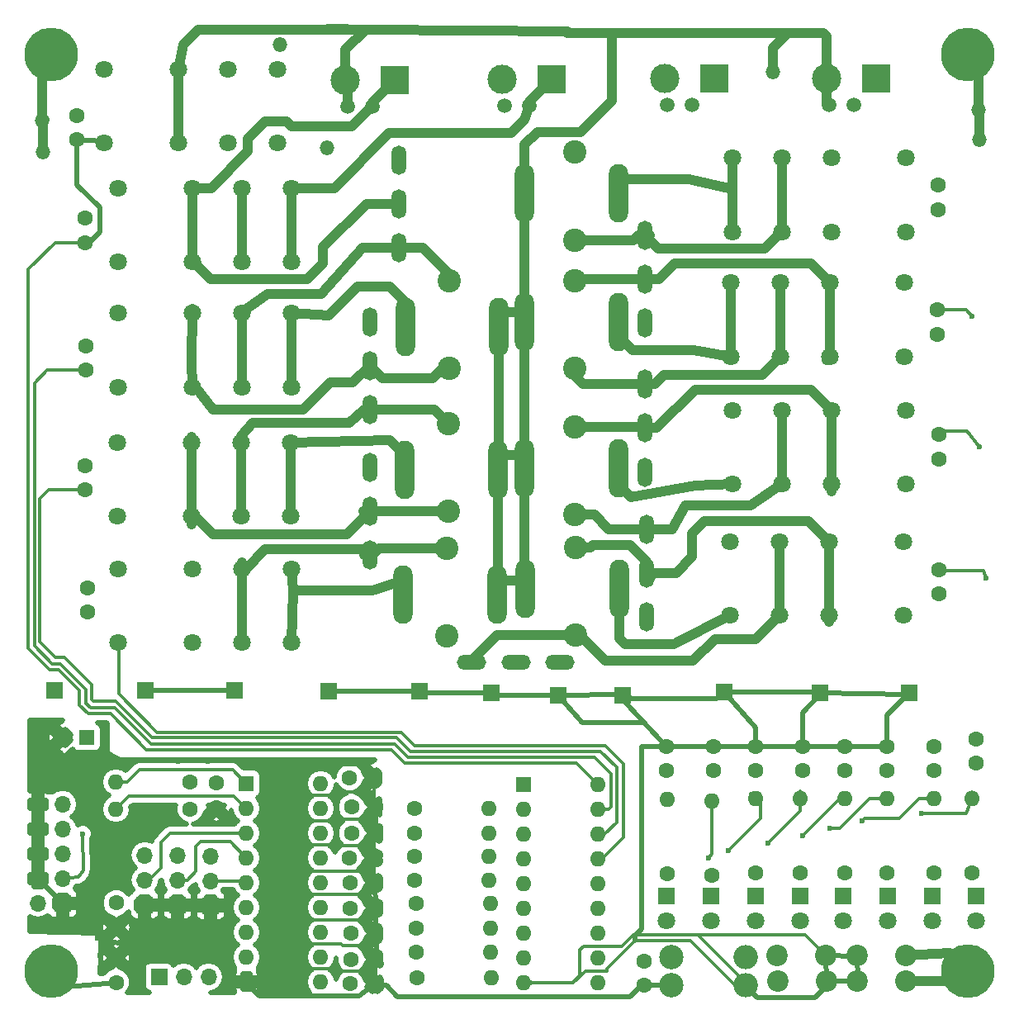
<source format=gbr>
G04 #@! TF.FileFunction,Copper,L1,Top,Signal*
%FSLAX46Y46*%
G04 Gerber Fmt 4.6, Leading zero omitted, Abs format (unit mm)*
G04 Created by KiCad (PCBNEW 4.0.7) date 03/27/19 13:14:29*
%MOMM*%
%LPD*%
G01*
G04 APERTURE LIST*
%ADD10C,0.100000*%
%ADD11R,1.600000X1.600000*%
%ADD12O,1.600000X1.600000*%
%ADD13C,2.500000*%
%ADD14O,2.500000X2.500000*%
%ADD15R,1.800000X1.800000*%
%ADD16C,1.800000*%
%ADD17C,1.600000*%
%ADD18R,1.700000X1.700000*%
%ADD19O,1.700000X1.700000*%
%ADD20C,5.500000*%
%ADD21O,1.500000X3.000000*%
%ADD22O,3.000000X1.500000*%
%ADD23C,2.200000*%
%ADD24C,1.700000*%
%ADD25O,2.000000X6.000000*%
%ADD26C,2.400000*%
%ADD27O,1.500000X1.500000*%
%ADD28C,1.500000*%
%ADD29R,3.000000X3.000000*%
%ADD30C,3.000000*%
%ADD31C,0.600000*%
%ADD32C,1.000000*%
%ADD33C,0.350000*%
%ADD34C,0.500000*%
G04 APERTURE END LIST*
D10*
D11*
X73025000Y-127762000D03*
D12*
X80645000Y-148082000D03*
X73025000Y-130302000D03*
X80645000Y-145542000D03*
X73025000Y-132842000D03*
X80645000Y-143002000D03*
X73025000Y-135382000D03*
X80645000Y-140462000D03*
X73025000Y-137922000D03*
X80645000Y-137922000D03*
X73025000Y-140462000D03*
X80645000Y-135382000D03*
X73025000Y-143002000D03*
X80645000Y-132842000D03*
X73025000Y-145542000D03*
X80645000Y-130302000D03*
X73025000Y-148082000D03*
X80645000Y-127762000D03*
D13*
X116586000Y-145542000D03*
D14*
X124206000Y-145542000D03*
D15*
X138811000Y-139319000D03*
D16*
X138811000Y-141859000D03*
D17*
X67259200Y-127609600D03*
D12*
X59639200Y-127609600D03*
D15*
X125222000Y-139319000D03*
D16*
X125222000Y-141859000D03*
D17*
X143510000Y-136906000D03*
D12*
X143510000Y-129286000D03*
D15*
X120650000Y-139319000D03*
D16*
X120650000Y-141859000D03*
D11*
X101473000Y-127889000D03*
D12*
X109093000Y-148209000D03*
X101473000Y-130429000D03*
X109093000Y-145669000D03*
X101473000Y-132969000D03*
X109093000Y-143129000D03*
X101473000Y-135509000D03*
X109093000Y-140589000D03*
X101473000Y-138049000D03*
X109093000Y-138049000D03*
X101473000Y-140589000D03*
X109093000Y-135509000D03*
X101473000Y-143129000D03*
X109093000Y-132969000D03*
X101473000Y-145669000D03*
X109093000Y-130429000D03*
X101473000Y-148209000D03*
X109093000Y-127889000D03*
D17*
X116078000Y-123952000D03*
X116078000Y-126452000D03*
X120904000Y-123952000D03*
X120904000Y-126452000D03*
X125222000Y-123952000D03*
X125222000Y-126452000D03*
X130048000Y-123952000D03*
X130048000Y-126452000D03*
X134366000Y-123952000D03*
X134366000Y-126452000D03*
X138684000Y-123952000D03*
X138684000Y-126452000D03*
X143510000Y-123952000D03*
X143510000Y-126452000D03*
X147828000Y-123190000D03*
X147828000Y-125690000D03*
X69926200Y-130225800D03*
X69926200Y-127725800D03*
D18*
X69342000Y-140258800D03*
D19*
X69342000Y-137718800D03*
X69342000Y-135178800D03*
D18*
X65963800Y-140182600D03*
D19*
X65963800Y-137642600D03*
X65963800Y-135102600D03*
D18*
X62611000Y-140182600D03*
D19*
X62611000Y-137642600D03*
X62611000Y-135102600D03*
D17*
X67259200Y-130378200D03*
D12*
X59639200Y-130378200D03*
D20*
X53000000Y-147000000D03*
X147002500Y-147002500D03*
D15*
X129794000Y-139319000D03*
D16*
X129794000Y-141859000D03*
D15*
X134239000Y-139319000D03*
D16*
X134239000Y-141859000D03*
D15*
X143383000Y-139319000D03*
D16*
X143383000Y-141859000D03*
D15*
X147828000Y-139319000D03*
D16*
X147828000Y-141859000D03*
D17*
X116141500Y-136969500D03*
D12*
X116141500Y-129349500D03*
D17*
X120777000Y-137160000D03*
D12*
X120777000Y-129540000D03*
D17*
X125222000Y-136906000D03*
D12*
X125222000Y-129286000D03*
D17*
X129794000Y-136906000D03*
D12*
X129794000Y-129286000D03*
D17*
X134366000Y-136906000D03*
D12*
X134366000Y-129286000D03*
D17*
X138684000Y-136906000D03*
D12*
X138684000Y-129286000D03*
D17*
X147447000Y-136906000D03*
D12*
X147447000Y-129286000D03*
D17*
X86106000Y-127152400D03*
X83606000Y-127152400D03*
D21*
X88646000Y-68326000D03*
X88646000Y-63826000D03*
X88646000Y-72826000D03*
X85661500Y-84899500D03*
X85661500Y-80399500D03*
X85661500Y-89399500D03*
X85725000Y-99822000D03*
X85725000Y-95322000D03*
X85725000Y-104322000D03*
X114046000Y-106172000D03*
X114046000Y-110672000D03*
X114046000Y-101672000D03*
X113880000Y-91310000D03*
X113880000Y-95810000D03*
X113880000Y-86810000D03*
X113875000Y-76050000D03*
X113875000Y-80550000D03*
X113875000Y-71550000D03*
D22*
X100647500Y-115316000D03*
X105147500Y-115316000D03*
X96147500Y-115316000D03*
D18*
X140970000Y-118491000D03*
X111569500Y-118745000D03*
X90805000Y-118300500D03*
X98107500Y-118491000D03*
X53340000Y-118237000D03*
X81470500Y-118300500D03*
X105029000Y-118681500D03*
X62674500Y-118173500D03*
X71818500Y-118173500D03*
X121983500Y-118364000D03*
X131826000Y-118491000D03*
D17*
X90297000Y-130302000D03*
D12*
X97917000Y-130302000D03*
D17*
X90297000Y-132842000D03*
D12*
X97917000Y-132842000D03*
D17*
X90297000Y-135255000D03*
D12*
X97917000Y-135255000D03*
D17*
X90297000Y-137668000D03*
D12*
X97917000Y-137668000D03*
D17*
X90424000Y-140081000D03*
D12*
X98044000Y-140081000D03*
D17*
X90424000Y-142621000D03*
D12*
X98044000Y-142621000D03*
D17*
X90424000Y-145034000D03*
D12*
X98044000Y-145034000D03*
D17*
X90551000Y-147701000D03*
D12*
X98171000Y-147701000D03*
D15*
X116078000Y-139319000D03*
D16*
X116078000Y-141859000D03*
D17*
X83820000Y-130175000D03*
X86320000Y-130175000D03*
X83820000Y-132842000D03*
X86320000Y-132842000D03*
X83566000Y-135382000D03*
X86066000Y-135382000D03*
X83693000Y-137922000D03*
X86193000Y-137922000D03*
X83693000Y-140525500D03*
X86193000Y-140525500D03*
X83756500Y-143129000D03*
X86256500Y-143129000D03*
X83756500Y-145796000D03*
X86256500Y-145796000D03*
X83693000Y-148272500D03*
X86193000Y-148272500D03*
D13*
X116586000Y-148463000D03*
D14*
X124206000Y-148463000D03*
D17*
X59664600Y-148132800D03*
X59664600Y-145632800D03*
X59690000Y-142494000D03*
X59690000Y-139994000D03*
D18*
X54203600Y-140035280D03*
D19*
X51663600Y-140035280D03*
X54203600Y-137495280D03*
X51663600Y-137495280D03*
X54203600Y-134955280D03*
X51663600Y-134955280D03*
X54203600Y-132415280D03*
X51663600Y-132415280D03*
X54203600Y-129875280D03*
X51663600Y-129875280D03*
D17*
X55676800Y-59232800D03*
X55676800Y-61732800D03*
X56591200Y-82880200D03*
X56591200Y-85380200D03*
X56464200Y-95148400D03*
X56464200Y-97648400D03*
X56718200Y-107670600D03*
X56718200Y-110170600D03*
X56464200Y-69799200D03*
X56464200Y-72299200D03*
X143992600Y-108305600D03*
X143992600Y-105805600D03*
X144068800Y-94488000D03*
X144068800Y-91988000D03*
X143840200Y-81711800D03*
X143840200Y-79211800D03*
X143941800Y-68910200D03*
X143941800Y-66410200D03*
D11*
X56657240Y-123027440D03*
D17*
X54157240Y-123027440D03*
D23*
X127508000Y-148005800D03*
X132508000Y-148005800D03*
X140665200Y-147980400D03*
X135665200Y-147980400D03*
D18*
X64068960Y-147579080D03*
D19*
X66608960Y-147579080D03*
X69148960Y-147579080D03*
D17*
X113792000Y-148437600D03*
X113792000Y-145937600D03*
D23*
X127467360Y-145409920D03*
X132467360Y-145409920D03*
X140655040Y-145348960D03*
X135655040Y-145348960D03*
D20*
X147000000Y-53000000D03*
D24*
X89208000Y-94079000D03*
X89208000Y-97079000D03*
X98811000Y-94079000D03*
X98811000Y-97079000D03*
D25*
X89208000Y-95579000D03*
X98811000Y-95579000D03*
D26*
X93700000Y-90825000D03*
X93700000Y-99825000D03*
D24*
X89107000Y-106902500D03*
X89107000Y-109902500D03*
X98710000Y-106902500D03*
X98710000Y-109902500D03*
D25*
X89107000Y-108402500D03*
X98710000Y-108402500D03*
D26*
X93599000Y-103648500D03*
X93599000Y-112648500D03*
D24*
X111235500Y-109315000D03*
X111235500Y-106315000D03*
X101632500Y-109315000D03*
X101632500Y-106315000D03*
D25*
X111235500Y-107815000D03*
X101632500Y-107815000D03*
D26*
X106743500Y-112569000D03*
X106743500Y-103569000D03*
D24*
X111167000Y-96946000D03*
X111167000Y-93946000D03*
X101564000Y-96946000D03*
X101564000Y-93946000D03*
D25*
X111167000Y-95446000D03*
X101564000Y-95446000D03*
D26*
X106675000Y-100200000D03*
X106675000Y-91200000D03*
D24*
X111167000Y-68771000D03*
X111167000Y-65771000D03*
X101564000Y-68771000D03*
X101564000Y-65771000D03*
D25*
X111167000Y-67271000D03*
X101564000Y-67271000D03*
D26*
X106675000Y-72025000D03*
X106675000Y-63025000D03*
D24*
X111167000Y-81946000D03*
X111167000Y-78946000D03*
X101564000Y-81946000D03*
X101564000Y-78946000D03*
D25*
X111167000Y-80446000D03*
X101564000Y-80446000D03*
D26*
X106675000Y-85200000D03*
X106675000Y-76200000D03*
D24*
X89308000Y-79429000D03*
X89308000Y-82429000D03*
X98911000Y-79429000D03*
X98911000Y-82429000D03*
D25*
X89308000Y-80929000D03*
X98911000Y-80929000D03*
D26*
X93800000Y-76175000D03*
X93800000Y-85175000D03*
D16*
X66088240Y-54493000D03*
X76248240Y-54493000D03*
X71168240Y-54493000D03*
X71168240Y-62093000D03*
X66088240Y-62093000D03*
X76248240Y-62093000D03*
X58468240Y-54493000D03*
X58468240Y-62093000D03*
X67470000Y-66685000D03*
X77630000Y-66685000D03*
X72550000Y-66685000D03*
X72550000Y-74285000D03*
X67470000Y-74285000D03*
X77630000Y-74285000D03*
X59850000Y-66685000D03*
X59850000Y-74285000D03*
X67470000Y-79512000D03*
X77630000Y-79512000D03*
X72550000Y-79512000D03*
X72550000Y-87112000D03*
X67470000Y-87112000D03*
X77630000Y-87112000D03*
X59850000Y-79512000D03*
X59850000Y-87112000D03*
X67368400Y-92770800D03*
X77528400Y-92770800D03*
X72448400Y-92770800D03*
X72448400Y-100370800D03*
X67368400Y-100370800D03*
X77528400Y-100370800D03*
X59748400Y-92770800D03*
X59748400Y-100370800D03*
X67495400Y-105724800D03*
X77655400Y-105724800D03*
X72575400Y-105724800D03*
X72575400Y-113324800D03*
X67495400Y-113324800D03*
X77655400Y-113324800D03*
X59875400Y-105724800D03*
X59875400Y-113324800D03*
X132732800Y-110530800D03*
X122572800Y-110530800D03*
X127652800Y-110530800D03*
X127652800Y-102930800D03*
X132732800Y-102930800D03*
X122572800Y-102930800D03*
X140352800Y-110530800D03*
X140352800Y-102930800D03*
X133012200Y-97068800D03*
X122852200Y-97068800D03*
X127932200Y-97068800D03*
X127932200Y-89468800D03*
X133012200Y-89468800D03*
X122852200Y-89468800D03*
X140632200Y-97068800D03*
X140632200Y-89468800D03*
X132885200Y-83987800D03*
X122725200Y-83987800D03*
X127805200Y-83987800D03*
X127805200Y-76387800D03*
X132885200Y-76387800D03*
X122725200Y-76387800D03*
X140505200Y-83987800D03*
X140505200Y-76387800D03*
X133012200Y-71186200D03*
X122852200Y-71186200D03*
X127932200Y-71186200D03*
X127932200Y-63586200D03*
X133012200Y-63586200D03*
X122852200Y-63586200D03*
X140632200Y-71186200D03*
X140632200Y-63586200D03*
D27*
X127000000Y-54800500D03*
X81254600Y-62560200D03*
X148107400Y-58714640D03*
X148148040Y-61762640D03*
X52151280Y-62976760D03*
X52095400Y-59791600D03*
D20*
X53000000Y-53000000D03*
D27*
X76459080Y-52024280D03*
D28*
X135331200Y-58150800D03*
X132791200Y-58150800D03*
D29*
X137617200Y-55422800D03*
D30*
X132537200Y-55422800D03*
D28*
X118681500Y-58163500D03*
X116141500Y-58163500D03*
D29*
X120967500Y-55435500D03*
D30*
X115887500Y-55435500D03*
D28*
X102044500Y-58290500D03*
X99504500Y-58290500D03*
D29*
X104330500Y-55562500D03*
D30*
X99250500Y-55562500D03*
D28*
X85953600Y-58328600D03*
X83413600Y-58328600D03*
D29*
X88239600Y-55600600D03*
D30*
X83159600Y-55600600D03*
D31*
X76517500Y-147828000D03*
X76835000Y-145415000D03*
X76898500Y-142811500D03*
X76835000Y-140271500D03*
X77279500Y-137160000D03*
X77216000Y-134620000D03*
X77343000Y-132080000D03*
X77406500Y-129794000D03*
X77406500Y-127635000D03*
X54483000Y-125730000D03*
X56388000Y-126492000D03*
X57975500Y-126365000D03*
X59880500Y-125349000D03*
X63500000Y-125349000D03*
X66040000Y-125476000D03*
X69088000Y-125476000D03*
X72072500Y-125412500D03*
X73787000Y-125412500D03*
X75692000Y-125412500D03*
X77597000Y-125412500D03*
X57975500Y-145351500D03*
X57721500Y-143637000D03*
X57277000Y-141986000D03*
X56007000Y-141605000D03*
X51244500Y-127889000D03*
X51181000Y-126365000D03*
X51308000Y-124650500D03*
X51689000Y-122682000D03*
X147396200Y-79806800D03*
X120396000Y-135382000D03*
X148137880Y-93253560D03*
X122428000Y-134620000D03*
X148854160Y-106710480D03*
X126492000Y-133858000D03*
X130048000Y-133096000D03*
X132842000Y-132334000D03*
X136144000Y-131572000D03*
X142240000Y-130810000D03*
X56261000Y-132918200D03*
D32*
X127000000Y-54800500D02*
X127000000Y-52324000D01*
X127000000Y-52324000D02*
X128574800Y-50800000D01*
X83159600Y-55600600D02*
X83159600Y-52517040D01*
X83159600Y-52517040D02*
X85232240Y-50444400D01*
X110477300Y-50800000D02*
X110477300Y-57785000D01*
X107302300Y-60960000D02*
X102870000Y-60960000D01*
X110477300Y-57785000D02*
X107302300Y-60960000D01*
X132537200Y-55422800D02*
X132537200Y-57896800D01*
X132537200Y-57896800D02*
X132791200Y-58150800D01*
X105918000Y-50800000D02*
X110477300Y-50800000D01*
X110477300Y-50800000D02*
X128574800Y-50800000D01*
X128574800Y-50800000D02*
X132168900Y-50800000D01*
X132549900Y-51181000D02*
X132549900Y-55410100D01*
X132168900Y-50800000D02*
X132549900Y-51181000D01*
X132549900Y-55410100D02*
X132537200Y-55422800D01*
X66088240Y-54493000D02*
X66555600Y-51960800D01*
X75844400Y-50444400D02*
X85232240Y-50444400D01*
X66555600Y-51960800D02*
X68072000Y-50444400D01*
X68072000Y-50444400D02*
X75844400Y-50444400D01*
X66088240Y-62093000D02*
X66088240Y-54493000D01*
X101564000Y-65771000D02*
X101564000Y-62266000D01*
X101564000Y-62266000D02*
X102870000Y-60960000D01*
X105918000Y-50800000D02*
X105918000Y-50612259D01*
X85232240Y-50444400D02*
X85670853Y-50444400D01*
X85670853Y-50444400D02*
X105918000Y-50612259D01*
X81381600Y-50408840D02*
X85670853Y-50444400D01*
X98811000Y-97079000D02*
X98811000Y-106801500D01*
X98811000Y-106801500D02*
X98710000Y-106902500D01*
X98911000Y-82429000D02*
X98911000Y-93979000D01*
X98911000Y-93979000D02*
X98811000Y-94079000D01*
X98911000Y-79429000D02*
X101081000Y-79429000D01*
X101081000Y-79429000D02*
X101564000Y-78946000D01*
X98811000Y-94079000D02*
X101431000Y-94079000D01*
X101431000Y-94079000D02*
X101564000Y-93946000D01*
X98710000Y-106902500D02*
X101045000Y-106902500D01*
X101045000Y-106902500D02*
X101632500Y-106315000D01*
X101564000Y-96946000D02*
X101564000Y-107746500D01*
X101564000Y-107746500D02*
X101632500Y-107815000D01*
X101564000Y-81946000D02*
X101564000Y-93946000D01*
X101564000Y-68771000D02*
X101564000Y-78946000D01*
X83413600Y-58328600D02*
X83413600Y-55854600D01*
X83413600Y-55854600D02*
X83159600Y-55600600D01*
X113875000Y-76050000D02*
X115364400Y-76050000D01*
X130944800Y-74447400D02*
X132885200Y-76387800D01*
X116967000Y-74447400D02*
X130944800Y-74447400D01*
X115364400Y-76050000D02*
X116967000Y-74447400D01*
X106675000Y-76200000D02*
X106934000Y-76200000D01*
X106934000Y-76200000D02*
X107084000Y-76050000D01*
X107084000Y-76050000D02*
X113875000Y-76050000D01*
X132885200Y-76387800D02*
X132885200Y-83987800D01*
X132538200Y-84334800D02*
X132885200Y-83987800D01*
X127932200Y-63586200D02*
X127932200Y-71186200D01*
X127932200Y-71186200D02*
X127886300Y-71186200D01*
X127886300Y-71186200D02*
X126187200Y-72885300D01*
X115210300Y-72885300D02*
X113875000Y-71550000D01*
X126187200Y-72885300D02*
X115210300Y-72885300D01*
X113875000Y-71550000D02*
X114412500Y-71550000D01*
X113875000Y-71550000D02*
X113171500Y-71550000D01*
X113171500Y-71550000D02*
X112696500Y-72025000D01*
X112696500Y-72025000D02*
X106675000Y-72025000D01*
X113880000Y-91310000D02*
X115077700Y-91310000D01*
X130906700Y-87363300D02*
X133012200Y-89468800D01*
X119024400Y-87363300D02*
X130906700Y-87363300D01*
X115077700Y-91310000D02*
X119024400Y-87363300D01*
X113880000Y-91310000D02*
X113880000Y-90526500D01*
X106675000Y-91200000D02*
X113770000Y-91200000D01*
X113770000Y-91200000D02*
X113880000Y-91310000D01*
X133012200Y-89468800D02*
X133012200Y-92887800D01*
X133012200Y-92887800D02*
X133012200Y-97068800D01*
X133012200Y-97808300D02*
X133012200Y-97068800D01*
X113880000Y-86810000D02*
X114866000Y-86810000D01*
X125941000Y-85852000D02*
X127805200Y-83987800D01*
X115824000Y-85852000D02*
X125941000Y-85852000D01*
X114866000Y-86810000D02*
X115824000Y-85852000D01*
X127805200Y-76387800D02*
X127805200Y-83987800D01*
X113880000Y-86810000D02*
X114612000Y-86810000D01*
X106675000Y-85200000D02*
X106675000Y-85910500D01*
X106675000Y-85910500D02*
X107574500Y-86810000D01*
X107574500Y-86810000D02*
X113880000Y-86810000D01*
X114046000Y-106172000D02*
X117094000Y-106172000D01*
X130640000Y-100838000D02*
X132732800Y-102930800D01*
X120015000Y-100838000D02*
X130640000Y-100838000D01*
X118745000Y-102108000D02*
X120015000Y-100838000D01*
X118745000Y-104521000D02*
X118745000Y-102108000D01*
X117094000Y-106172000D02*
X118745000Y-104521000D01*
X114046000Y-106172000D02*
X114769900Y-106172000D01*
X114477800Y-106603800D02*
X114046000Y-106172000D01*
X106743500Y-103569000D02*
X108330500Y-103569000D01*
X112331500Y-103314500D02*
X114046000Y-105029000D01*
X108585000Y-103314500D02*
X112331500Y-103314500D01*
X108330500Y-103569000D02*
X108585000Y-103314500D01*
X114046000Y-105029000D02*
X114046000Y-106172000D01*
X132732800Y-110530800D02*
X132732800Y-111183400D01*
X132732800Y-102930800D02*
X132732800Y-106603800D01*
X132732800Y-106603800D02*
X132732800Y-110530800D01*
X127932200Y-89468800D02*
X127932200Y-97068800D01*
X114046000Y-101672000D02*
X116679100Y-101672000D01*
X124721800Y-99250500D02*
X127932200Y-97068800D01*
X118071900Y-99250500D02*
X124721800Y-99250500D01*
X116679100Y-101672000D02*
X118071900Y-99250500D01*
X106675000Y-100200000D02*
X108709000Y-100200000D01*
X110181000Y-101672000D02*
X114046000Y-101672000D01*
X108709000Y-100200000D02*
X110181000Y-101672000D01*
X127652800Y-102930800D02*
X127652800Y-110530800D01*
X106743500Y-112569000D02*
X107235000Y-112569000D01*
X107235000Y-112569000D02*
X109804200Y-115138200D01*
X125255200Y-112928400D02*
X127652800Y-110530800D01*
X121043700Y-112928400D02*
X125255200Y-112928400D01*
X118833900Y-115138200D02*
X121043700Y-112928400D01*
X109804200Y-115138200D02*
X118833900Y-115138200D01*
X96147500Y-115316000D02*
X96147500Y-115180500D01*
X96147500Y-115180500D02*
X98759000Y-112569000D01*
X98759000Y-112569000D02*
X106743500Y-112569000D01*
X106743500Y-112569000D02*
X107362000Y-112569000D01*
X67368400Y-100370800D02*
X67731800Y-100370800D01*
X67731800Y-100370800D02*
X69596000Y-102235000D01*
X83312000Y-102235000D02*
X85725000Y-99822000D01*
X69596000Y-102235000D02*
X83312000Y-102235000D01*
X85725000Y-99822000D02*
X85001100Y-99822000D01*
X85725000Y-99822000D02*
X93697000Y-99822000D01*
X93697000Y-99822000D02*
X93700000Y-99825000D01*
X67368400Y-92770800D02*
X67368400Y-96621600D01*
X67368400Y-96621600D02*
X67368400Y-101189300D01*
X67368400Y-101189300D02*
X67368400Y-100370800D01*
X67368400Y-92770800D02*
X67368400Y-92242300D01*
X72575400Y-105724800D02*
X72964200Y-105724800D01*
X72964200Y-105724800D02*
X74930000Y-103759000D01*
X74930000Y-103759000D02*
X85162000Y-103759000D01*
X85162000Y-103759000D02*
X85725000Y-104322000D01*
X72575400Y-105724800D02*
X72575400Y-113324800D01*
X72575400Y-105724800D02*
X72575400Y-105084900D01*
X85725000Y-104322000D02*
X85081500Y-104322000D01*
X85725000Y-104322000D02*
X85924000Y-104322000D01*
X85924000Y-104322000D02*
X86597500Y-103648500D01*
X86597500Y-103648500D02*
X93599000Y-103648500D01*
X67470000Y-87112000D02*
X67808000Y-87112000D01*
X67808000Y-87112000D02*
X69596000Y-89408000D01*
X83947000Y-86614000D02*
X85661500Y-84899500D01*
X81661000Y-86614000D02*
X83947000Y-86614000D01*
X78867000Y-89408000D02*
X81661000Y-86614000D01*
X69596000Y-89408000D02*
X78867000Y-89408000D01*
X85661500Y-84899500D02*
X85534500Y-84899500D01*
X93800000Y-85175000D02*
X93133000Y-85175000D01*
X93133000Y-85175000D02*
X92138500Y-86169500D01*
X92138500Y-86169500D02*
X86931500Y-86169500D01*
X86931500Y-86169500D02*
X85661500Y-84899500D01*
X67470000Y-79512000D02*
X67470000Y-79060500D01*
X67470000Y-79512000D02*
X67368400Y-84322900D01*
X67368400Y-84322900D02*
X67470000Y-87112000D01*
X85661500Y-89399500D02*
X85098500Y-89399500D01*
X85098500Y-89399500D02*
X83566000Y-90805000D01*
X83566000Y-90805000D02*
X73660000Y-90805000D01*
X72448400Y-92770800D02*
X72448400Y-100370800D01*
X72448400Y-92770800D02*
X72448400Y-92143600D01*
X72448400Y-92143600D02*
X73660000Y-90805000D01*
X85661500Y-89399500D02*
X92274500Y-89399500D01*
X92274500Y-89399500D02*
X93700000Y-90825000D01*
X72550000Y-79512000D02*
X72550000Y-87112000D01*
X72550000Y-79512000D02*
X72550000Y-79392800D01*
X72550000Y-79392800D02*
X75171300Y-77584300D01*
X84908000Y-72826000D02*
X88646000Y-72826000D01*
X80657700Y-77584300D02*
X84908000Y-72826000D01*
X75171300Y-77584300D02*
X80657700Y-77584300D01*
X88646000Y-72826000D02*
X91114000Y-72826000D01*
X91114000Y-72826000D02*
X93800000Y-75512000D01*
X93800000Y-75512000D02*
X93800000Y-76175000D01*
X122725200Y-76387800D02*
X122725200Y-83987800D01*
X111167000Y-81946000D02*
X111219500Y-81946000D01*
X111219500Y-81946000D02*
X112585500Y-83312000D01*
X112585500Y-83312000D02*
X118862000Y-83312000D01*
X118862000Y-83312000D02*
X122725200Y-83987800D01*
X111235500Y-109315000D02*
X111235500Y-112886500D01*
X116825500Y-113474500D02*
X122572800Y-110530800D01*
X111823500Y-113474500D02*
X116825500Y-113474500D01*
X111235500Y-112886500D02*
X111823500Y-113474500D01*
X77528400Y-92770800D02*
X77528400Y-100370800D01*
X77528400Y-92770800D02*
X87704000Y-92575000D01*
X87704000Y-92575000D02*
X89208000Y-94079000D01*
X111167000Y-65771000D02*
X118412500Y-65771000D01*
X118412500Y-65771000D02*
X122885200Y-66827400D01*
X122852200Y-63586200D02*
X122885200Y-66827400D01*
X122885200Y-66827400D02*
X122852200Y-71186200D01*
X111167000Y-96946000D02*
X111167000Y-97133500D01*
X111167000Y-97133500D02*
X112458500Y-98425000D01*
X112458500Y-98425000D02*
X119043667Y-97222879D01*
X119043667Y-97222879D02*
X122852200Y-97068800D01*
X77817200Y-107962700D02*
X85913200Y-107962700D01*
X85913200Y-107962700D02*
X89107000Y-106902500D01*
X77655400Y-105724800D02*
X77817200Y-107962700D01*
X77817200Y-107962700D02*
X77655400Y-113324800D01*
X77630000Y-79512000D02*
X77630000Y-87112000D01*
X77630000Y-79512000D02*
X81490000Y-79800000D01*
X87693500Y-76835000D02*
X89308000Y-78449500D01*
X84455000Y-76835000D02*
X87693500Y-76835000D01*
X81490000Y-79800000D02*
X84455000Y-76835000D01*
X89308000Y-78449500D02*
X89308000Y-80929000D01*
X102044500Y-58290500D02*
X101536500Y-59664600D01*
X93814900Y-61023500D02*
X93814900Y-61087000D01*
X100177600Y-61023500D02*
X93814900Y-61023500D01*
X101536500Y-59664600D02*
X100177600Y-61023500D01*
X102044500Y-58290500D02*
X102044500Y-57848500D01*
X102044500Y-57848500D02*
X104330500Y-55562500D01*
X77630000Y-66685000D02*
X82032000Y-66685000D01*
X87630000Y-61087000D02*
X93814900Y-61087000D01*
X82032000Y-66685000D02*
X87630000Y-61087000D01*
X77630000Y-74285000D02*
X77630000Y-66685000D01*
X72550000Y-66685000D02*
X72550000Y-74285000D01*
X72550000Y-66685000D02*
X72550000Y-66553100D01*
D33*
X77597000Y-125412500D02*
X77597000Y-127444500D01*
X76517500Y-145732500D02*
X76517500Y-147828000D01*
X76835000Y-145415000D02*
X76517500Y-145732500D01*
X76898500Y-140335000D02*
X76898500Y-142811500D01*
X76835000Y-140271500D02*
X76898500Y-140335000D01*
X77279500Y-134683500D02*
X77279500Y-137160000D01*
X77216000Y-134620000D02*
X77279500Y-134683500D01*
X77343000Y-129857500D02*
X77343000Y-132080000D01*
X77406500Y-129794000D02*
X77343000Y-129857500D01*
X77597000Y-127444500D02*
X77406500Y-127635000D01*
X77597000Y-125412500D02*
X79629000Y-125412500D01*
X54483000Y-125730000D02*
X55245000Y-126492000D01*
X55245000Y-126492000D02*
X56388000Y-126492000D01*
X57975500Y-126365000D02*
X58991500Y-125349000D01*
X58991500Y-125349000D02*
X59880500Y-125349000D01*
X63500000Y-125349000D02*
X63627000Y-125476000D01*
X63627000Y-125476000D02*
X66040000Y-125476000D01*
X69088000Y-125476000D02*
X69151500Y-125412500D01*
X69151500Y-125412500D02*
X72072500Y-125412500D01*
X73787000Y-125412500D02*
X75692000Y-125412500D01*
X79629000Y-125412500D02*
X80073500Y-125857000D01*
X57975500Y-143891000D02*
X57975500Y-145351500D01*
X57721500Y-143637000D02*
X57975500Y-143891000D01*
X56388000Y-141986000D02*
X57277000Y-141986000D01*
X56007000Y-141605000D02*
X56388000Y-141986000D01*
X51244500Y-126428500D02*
X51244500Y-127889000D01*
X51181000Y-126365000D02*
X51244500Y-126428500D01*
X51308000Y-123063000D02*
X51308000Y-124650500D01*
X51689000Y-122682000D02*
X51308000Y-123063000D01*
X86158684Y-147002808D02*
X82105808Y-147002808D01*
X81851500Y-146748500D02*
X79121000Y-146748500D01*
X82105808Y-147002808D02*
X81851500Y-146748500D01*
X79375000Y-144208500D02*
X82740500Y-144208500D01*
X82867500Y-144335500D02*
X86329525Y-144335500D01*
X82740500Y-144208500D02*
X82867500Y-144335500D01*
X79121000Y-141732000D02*
X85852000Y-141732000D01*
X86254821Y-141329179D02*
X86254821Y-141329173D01*
X85852000Y-141732000D02*
X86254821Y-141329179D01*
X79121000Y-139128500D02*
X85725000Y-139128500D01*
X85725000Y-139128500D02*
X86229024Y-138624476D01*
X86229024Y-138624476D02*
X86193000Y-137922000D01*
X79121000Y-136715500D02*
X85598000Y-136715500D01*
X85598000Y-136715500D02*
X86066000Y-136247500D01*
X79121000Y-134048500D02*
X81851500Y-134048500D01*
X81915000Y-134112000D02*
X86066000Y-134112000D01*
X81851500Y-134048500D02*
X81915000Y-134112000D01*
X86320000Y-131445000D02*
X82550000Y-131445000D01*
X79375000Y-131572000D02*
X79311500Y-131508500D01*
X82423000Y-131572000D02*
X79375000Y-131572000D01*
X82550000Y-131445000D02*
X82423000Y-131572000D01*
X79121000Y-128968500D02*
X82931000Y-128968500D01*
X83248500Y-128651000D02*
X86106000Y-128651000D01*
X82931000Y-128968500D02*
X83248500Y-128651000D01*
X86106000Y-127152400D02*
X86106000Y-128651000D01*
X86106000Y-128651000D02*
X86106000Y-129961000D01*
X86106000Y-129961000D02*
X86320000Y-130175000D01*
X79121000Y-149542500D02*
X79121000Y-146748500D01*
X79121000Y-146748500D02*
X79121000Y-141732000D01*
X79121000Y-141732000D02*
X79121000Y-139128500D01*
X79121000Y-139128500D02*
X79121000Y-136715500D01*
X79121000Y-136715500D02*
X79121000Y-134239000D01*
X79121000Y-134239000D02*
X79121000Y-134048500D01*
X79121000Y-134048500D02*
X79121000Y-128968500D01*
X79121000Y-128968500D02*
X79121000Y-126428500D01*
X84810600Y-125857000D02*
X86106000Y-127152400D01*
X79692500Y-125857000D02*
X84810600Y-125857000D01*
X79121000Y-126428500D02*
X79692500Y-125857000D01*
D34*
X113792000Y-148437600D02*
X116560600Y-148437600D01*
X116560600Y-148437600D02*
X116586000Y-148463000D01*
X88519000Y-149606000D02*
X112395000Y-149606000D01*
X112395000Y-149606000D02*
X113563400Y-148437600D01*
X113563400Y-148437600D02*
X113792000Y-148437600D01*
X51663600Y-137495280D02*
X54203600Y-140035280D01*
X59867800Y-145429600D02*
X59664600Y-145632800D01*
X86066000Y-135382000D02*
X86066000Y-136247500D01*
X86066000Y-136247500D02*
X86066000Y-137795000D01*
X86066000Y-137795000D02*
X86193000Y-137922000D01*
X86193000Y-137922000D02*
X86320000Y-140398500D01*
X86320000Y-140398500D02*
X86193000Y-140525500D01*
X86193000Y-140525500D02*
X86254821Y-141329173D01*
X86254821Y-141329173D02*
X86383500Y-143002000D01*
X86383500Y-143002000D02*
X86256500Y-143129000D01*
X86256500Y-145796000D02*
X86329525Y-144335500D01*
X86329525Y-144335500D02*
X86383500Y-143256000D01*
X86383500Y-143256000D02*
X86256500Y-143129000D01*
X86193000Y-148272500D02*
X86158684Y-147002808D01*
X86158684Y-147002808D02*
X86129500Y-145923000D01*
X86129500Y-145923000D02*
X86256500Y-145796000D01*
X86066000Y-135382000D02*
X86066000Y-134112000D01*
X86066000Y-134112000D02*
X86066000Y-133096000D01*
X86066000Y-133096000D02*
X86320000Y-132842000D01*
X86320000Y-130175000D02*
X86320000Y-131445000D01*
X86320000Y-131445000D02*
X86320000Y-132842000D01*
X73025000Y-148082000D02*
X73025000Y-148209000D01*
X73025000Y-148209000D02*
X74358500Y-149542500D01*
X74358500Y-149542500D02*
X79121000Y-149542500D01*
X79121000Y-149542500D02*
X84605500Y-149542500D01*
X84605500Y-149542500D02*
X86193000Y-148272500D01*
X86193000Y-148272500D02*
X87376000Y-148463000D01*
X87376000Y-148463000D02*
X88519000Y-149606000D01*
D33*
X109093000Y-145669000D02*
X109347000Y-145669000D01*
X146801200Y-79211800D02*
X143840200Y-79211800D01*
X147396200Y-79806800D02*
X146801200Y-79211800D01*
X120396000Y-135382000D02*
X120777000Y-135001000D01*
X120777000Y-135001000D02*
X120777000Y-129540000D01*
X146888200Y-91643200D02*
X144413600Y-91643200D01*
X148137880Y-93253560D02*
X146888200Y-91643200D01*
X144413600Y-91643200D02*
X144068800Y-91988000D01*
X125730000Y-131318000D02*
X125730000Y-129794000D01*
X122428000Y-134620000D02*
X125730000Y-131318000D01*
X125730000Y-129794000D02*
X125222000Y-129286000D01*
X124714000Y-128778000D02*
X125222000Y-129286000D01*
X148590000Y-105918000D02*
X144105000Y-105918000D01*
X148854160Y-106710480D02*
X148590000Y-105918000D01*
X144105000Y-105918000D02*
X143992600Y-105805600D01*
X126492000Y-133858000D02*
X129794000Y-130556000D01*
X129794000Y-130556000D02*
X129794000Y-129286000D01*
X129794000Y-129286000D02*
X129794000Y-128524000D01*
X109093000Y-135509000D02*
X109474000Y-135509000D01*
X109474000Y-135509000D02*
X111683800Y-133299200D01*
X59918600Y-118516400D02*
X59918600Y-113368000D01*
X63889798Y-122487598D02*
X59918600Y-118516400D01*
X88908798Y-122487598D02*
X63889798Y-122487598D01*
X90305798Y-123884598D02*
X88908798Y-122487598D01*
X109863798Y-123884598D02*
X90305798Y-123884598D01*
X111683800Y-125704600D02*
X109863798Y-123884598D01*
X111683800Y-133299200D02*
X111683800Y-125704600D01*
X59918600Y-113368000D02*
X59875400Y-113324800D01*
X130048000Y-133096000D02*
X133858000Y-129286000D01*
X133858000Y-129286000D02*
X134366000Y-129286000D01*
X109093000Y-132969000D02*
X109778800Y-132969000D01*
X109778800Y-132969000D02*
X111023400Y-131724400D01*
X52770400Y-97648400D02*
X56464200Y-97648400D01*
X51841400Y-98577400D02*
X52770400Y-97648400D01*
X51841400Y-113233200D02*
X51841400Y-98577400D01*
X53441600Y-114833400D02*
X51841400Y-113233200D01*
X54406800Y-114833400D02*
X53441600Y-114833400D01*
X57150000Y-117576600D02*
X54406800Y-114833400D01*
X57150000Y-119160198D02*
X57150000Y-117576600D01*
X57319002Y-119329200D02*
X57150000Y-119160198D01*
X59639200Y-119329200D02*
X57319002Y-119329200D01*
X63347600Y-123037600D02*
X59639200Y-119329200D01*
X88442800Y-123037600D02*
X63347600Y-123037600D01*
X89839800Y-124434600D02*
X88442800Y-123037600D01*
X109347000Y-124434600D02*
X89839800Y-124434600D01*
X111023400Y-126111000D02*
X109347000Y-124434600D01*
X111023400Y-131724400D02*
X111023400Y-126111000D01*
X136906000Y-129286000D02*
X138684000Y-129286000D01*
X133858000Y-132334000D02*
X136906000Y-129286000D01*
X132842000Y-132334000D02*
X133858000Y-132334000D01*
X109093000Y-130429000D02*
X110159800Y-130429000D01*
X52567200Y-85380200D02*
X56591200Y-85380200D01*
X51282600Y-86664800D02*
X52567200Y-85380200D01*
X51282600Y-113665000D02*
X51282600Y-86664800D01*
X53136800Y-115519200D02*
X51282600Y-113665000D01*
X53975000Y-115519200D02*
X53136800Y-115519200D01*
X56540400Y-118084600D02*
X53975000Y-115519200D01*
X56540400Y-119515798D02*
X56540400Y-118084600D01*
X57039602Y-120015000D02*
X56540400Y-119515798D01*
X59537600Y-120015000D02*
X57039602Y-120015000D01*
X63229398Y-123706798D02*
X59537600Y-120015000D01*
X88248398Y-123706798D02*
X63229398Y-123706798D01*
X89619998Y-125078398D02*
X88248398Y-123706798D01*
X108746198Y-125078398D02*
X89619998Y-125078398D01*
X110413800Y-126746000D02*
X108746198Y-125078398D01*
X110413800Y-130175000D02*
X110413800Y-126746000D01*
X110159800Y-130429000D02*
X110413800Y-130175000D01*
X141986000Y-129286000D02*
X143510000Y-129286000D01*
X139954000Y-131318000D02*
X141986000Y-129286000D01*
X136398000Y-131318000D02*
X139954000Y-131318000D01*
X136144000Y-131572000D02*
X136398000Y-131318000D01*
X109093000Y-130429000D02*
X109093000Y-130937000D01*
X109093000Y-130429000D02*
X109347000Y-130429000D01*
D34*
X55676800Y-61732800D02*
X58235040Y-61859800D01*
X58235040Y-61859800D02*
X58468240Y-62093000D01*
X55676800Y-61732800D02*
X55676800Y-66395600D01*
X55676800Y-66395600D02*
X57988200Y-68707000D01*
D33*
X56464200Y-72299200D02*
X53430800Y-72299200D01*
X106832400Y-125628400D02*
X109093000Y-127889000D01*
X89230200Y-125628400D02*
X106832400Y-125628400D01*
X87858600Y-124256800D02*
X89230200Y-125628400D01*
X62738000Y-124256800D02*
X87858600Y-124256800D01*
X59080400Y-120599200D02*
X62738000Y-124256800D01*
X56794400Y-120599200D02*
X59080400Y-120599200D01*
X55905400Y-119710200D02*
X56794400Y-120599200D01*
X55905400Y-118237000D02*
X55905400Y-119710200D01*
X53771800Y-116103400D02*
X55905400Y-118237000D01*
X52882800Y-116103400D02*
X53771800Y-116103400D01*
X50673000Y-113893600D02*
X52882800Y-116103400D01*
X50673000Y-75057000D02*
X50673000Y-113893600D01*
X53430800Y-72299200D02*
X50673000Y-75057000D01*
D34*
X56464200Y-72299200D02*
X56936000Y-72299200D01*
X56936000Y-72299200D02*
X57988200Y-71247000D01*
X57988200Y-71247000D02*
X57988200Y-68707000D01*
D33*
X142240000Y-130810000D02*
X146812000Y-130810000D01*
X146812000Y-130810000D02*
X147447000Y-129286000D01*
X147447000Y-128587500D02*
X147447000Y-129286000D01*
X109093000Y-127889000D02*
X109347000Y-127889000D01*
X69342000Y-137718800D02*
X72821800Y-137718800D01*
X72821800Y-137718800D02*
X73025000Y-137922000D01*
X65963800Y-137642600D02*
X66954400Y-137642600D01*
X71348600Y-133705600D02*
X73025000Y-135382000D01*
X68376800Y-133705600D02*
X71348600Y-133705600D01*
X67868800Y-134213600D02*
X68376800Y-133705600D01*
X67868800Y-136728200D02*
X67868800Y-134213600D01*
X66954400Y-137642600D02*
X67868800Y-136728200D01*
X62611000Y-137642600D02*
X63017400Y-137642600D01*
X63017400Y-137642600D02*
X64236600Y-136423400D01*
X64236600Y-136423400D02*
X64236600Y-133807200D01*
X64236600Y-133807200D02*
X65201800Y-132842000D01*
X65201800Y-132842000D02*
X73025000Y-132842000D01*
D34*
X107483785Y-121511322D02*
X113797893Y-121511322D01*
X113665000Y-121310400D02*
X113665000Y-121369070D01*
X113665000Y-121378429D02*
X113665000Y-121310400D01*
X113797893Y-121511322D02*
X113665000Y-121378429D01*
X112877600Y-143395700D02*
X112877600Y-143332200D01*
X113538000Y-142671800D02*
X113538000Y-123952000D01*
X112877600Y-143332200D02*
X113538000Y-142671800D01*
X62674500Y-118173500D02*
X71818500Y-118173500D01*
X112877600Y-143865600D02*
X112877600Y-143395700D01*
X53403500Y-118173500D02*
X53340000Y-118237000D01*
X71945500Y-118300500D02*
X71818500Y-118173500D01*
X90805000Y-118300500D02*
X81470500Y-118300500D01*
X98107500Y-118491000D02*
X90995500Y-118491000D01*
X90995500Y-118491000D02*
X90805000Y-118300500D01*
X105029000Y-118681500D02*
X98298000Y-118681500D01*
X98298000Y-118681500D02*
X98107500Y-118491000D01*
D33*
X119329200Y-143256000D02*
X130313440Y-143256000D01*
X130313440Y-143256000D02*
X132467360Y-145409920D01*
X118211600Y-143865600D02*
X118516400Y-143865600D01*
X118516400Y-143865600D02*
X123113800Y-148463000D01*
X123113800Y-148463000D02*
X124206000Y-148463000D01*
X118211600Y-143814800D02*
X118211600Y-143865600D01*
X101473000Y-148209000D02*
X106400600Y-148209000D01*
X119329200Y-143256000D02*
X124206000Y-148132800D01*
X112674400Y-143256000D02*
X119329200Y-143256000D01*
X111506000Y-144424400D02*
X112674400Y-143256000D01*
X107594400Y-144424400D02*
X111506000Y-144424400D01*
X107238800Y-144780000D02*
X107594400Y-144424400D01*
X107238800Y-147370800D02*
X107238800Y-144780000D01*
X106400600Y-148209000D02*
X107238800Y-147370800D01*
X124206000Y-148132800D02*
X124206000Y-148463000D01*
D34*
X135655040Y-145348960D02*
X135741400Y-147904200D01*
X135741400Y-147904200D02*
X135665200Y-147980400D01*
X132467360Y-145409920D02*
X135507720Y-145496280D01*
X135507720Y-145496280D02*
X135655040Y-145348960D01*
X132467360Y-145409920D02*
X132508000Y-148005800D01*
X111569500Y-118745000D02*
X112141000Y-118745000D01*
X112141000Y-118745000D02*
X112458500Y-119062500D01*
X112458500Y-119062500D02*
X121285000Y-119062500D01*
X121285000Y-119062500D02*
X121983500Y-118364000D01*
X72009000Y-118364000D02*
X71818500Y-118173500D01*
X105029000Y-118681500D02*
X107483785Y-121511322D01*
X125222000Y-123952000D02*
X125222000Y-122047000D01*
X125222000Y-122047000D02*
X121983500Y-118364000D01*
X138684000Y-123952000D02*
X138684000Y-120777000D01*
X138684000Y-120777000D02*
X140970000Y-118491000D01*
X131826000Y-118491000D02*
X131826000Y-118618000D01*
X131826000Y-118618000D02*
X130048000Y-120523000D01*
X130048000Y-120523000D02*
X130048000Y-123952000D01*
X111569500Y-118745000D02*
X111569500Y-119126000D01*
X111569500Y-119126000D02*
X113665000Y-121369070D01*
X113665000Y-121369070D02*
X116078000Y-123952000D01*
X131826000Y-118491000D02*
X140843000Y-118618000D01*
X140843000Y-118618000D02*
X140970000Y-118491000D01*
X121983500Y-118364000D02*
X131699000Y-118364000D01*
X131699000Y-118364000D02*
X131826000Y-118491000D01*
X105029000Y-118681500D02*
X111442500Y-118618000D01*
X111442500Y-118618000D02*
X111569500Y-118745000D01*
X97980500Y-118618000D02*
X98107500Y-118491000D01*
X81343500Y-118173500D02*
X81470500Y-118300500D01*
D33*
X110032800Y-146964400D02*
X110032800Y-146710400D01*
X106553000Y-148209000D02*
X107797600Y-146964400D01*
X107797600Y-146964400D02*
X110032800Y-146964400D01*
X101473000Y-148209000D02*
X106553000Y-148209000D01*
X110032800Y-146710400D02*
X112877600Y-143865600D01*
X112877600Y-143865600D02*
X112928400Y-143814800D01*
X112928400Y-143814800D02*
X118211600Y-143814800D01*
D34*
X134366000Y-123952000D02*
X138684000Y-123952000D01*
X130048000Y-123952000D02*
X134366000Y-123952000D01*
X125222000Y-123952000D02*
X130048000Y-123952000D01*
X120904000Y-123952000D02*
X125222000Y-123952000D01*
X116078000Y-123952000D02*
X120904000Y-123952000D01*
X116078000Y-123952000D02*
X113538000Y-123952000D01*
X101600000Y-148082000D02*
X101473000Y-148209000D01*
X101473000Y-148209000D02*
X102184200Y-148209000D01*
X132508000Y-148005800D02*
X135639800Y-148005800D01*
X135639800Y-148005800D02*
X135665200Y-147980400D01*
X132508000Y-148005800D02*
X132508000Y-148492200D01*
X132508000Y-148492200D02*
X131343400Y-149656800D01*
X131343400Y-149656800D02*
X125399800Y-149656800D01*
X125399800Y-149656800D02*
X124206000Y-148463000D01*
D33*
X124206000Y-147853400D02*
X124206000Y-148463000D01*
D34*
X124917200Y-149174200D02*
X124206000Y-148463000D01*
D33*
X101473000Y-148209000D02*
X101879400Y-148209000D01*
X101473000Y-148209000D02*
X102108000Y-148209000D01*
X123482100Y-148170900D02*
X123482100Y-147789900D01*
D34*
X147828000Y-141859000D02*
X148336000Y-141859000D01*
X59664600Y-148132800D02*
X54590000Y-148590000D01*
X54590000Y-148590000D02*
X53000000Y-147000000D01*
D32*
X140655040Y-145348960D02*
X145161000Y-145161000D01*
X145161000Y-145161000D02*
X147002500Y-147002500D01*
D34*
X145161000Y-145161000D02*
X147002500Y-147002500D01*
D32*
X140665200Y-147980400D02*
X146024600Y-147980400D01*
X146024600Y-147980400D02*
X147002500Y-147002500D01*
D34*
X140665200Y-147980400D02*
X140665200Y-147218400D01*
D33*
X54203600Y-137495280D02*
X55808880Y-137358120D01*
X56296560Y-136687560D02*
X56261000Y-132918200D01*
X55808880Y-137358120D02*
X56296560Y-136687560D01*
X59639200Y-127609600D02*
X60782200Y-127609600D01*
X60782200Y-127609600D02*
X62052200Y-126339600D01*
X62052200Y-126339600D02*
X71602600Y-126339600D01*
X71602600Y-126339600D02*
X73025000Y-127762000D01*
X54203600Y-137495280D02*
X54871620Y-137495280D01*
X59639200Y-130378200D02*
X61010800Y-129006600D01*
X71729600Y-129006600D02*
X73025000Y-130302000D01*
X61010800Y-129006600D02*
X71729600Y-129006600D01*
D32*
X52151280Y-62976760D02*
X52151280Y-59847480D01*
X52151280Y-59847480D02*
X52318920Y-59679840D01*
X52318920Y-59679840D02*
X52207160Y-59679840D01*
X52207160Y-59679840D02*
X52095400Y-59791600D01*
X52095400Y-59791600D02*
X52095400Y-53904600D01*
X52095400Y-53904600D02*
X53000000Y-53000000D01*
X53803000Y-52197000D02*
X53000000Y-53000000D01*
D34*
X53000000Y-53000000D02*
X53000000Y-53362500D01*
D32*
X52136040Y-53863960D02*
X53000000Y-53000000D01*
X148148040Y-61762640D02*
X148148040Y-58755280D01*
X148148040Y-58755280D02*
X148107400Y-58714640D01*
X148107400Y-58714640D02*
X148107400Y-54107400D01*
X148107400Y-54107400D02*
X147000000Y-53000000D01*
X145460400Y-51460400D02*
X147000000Y-53000000D01*
X146298600Y-52298600D02*
X147000000Y-53000000D01*
X85953600Y-58328600D02*
X85953600Y-57886600D01*
X85953600Y-57886600D02*
X88239600Y-55600600D01*
X85953600Y-58328600D02*
X85882440Y-58328600D01*
X85882440Y-58328600D02*
X83820000Y-60391040D01*
X83820000Y-60391040D02*
X77647800Y-60391040D01*
X77647800Y-60391040D02*
X77149960Y-59893200D01*
X77149960Y-59893200D02*
X74904600Y-59893200D01*
X74904600Y-59893200D02*
X73192640Y-61605160D01*
X73192640Y-61605160D02*
X73192640Y-62941200D01*
X73192640Y-62941200D02*
X69448840Y-66685000D01*
X69448840Y-66685000D02*
X67470000Y-66685000D01*
X67470000Y-66685000D02*
X67470000Y-74285000D01*
X67470000Y-74285000D02*
X67554000Y-74285000D01*
X67554000Y-74285000D02*
X69342000Y-76073000D01*
X85344000Y-68326000D02*
X88646000Y-68326000D01*
X80899000Y-72771000D02*
X85344000Y-68326000D01*
X80899000Y-74422000D02*
X80899000Y-72771000D01*
X79248000Y-76073000D02*
X80899000Y-74422000D01*
X69342000Y-76073000D02*
X79248000Y-76073000D01*
D34*
G36*
X50876467Y-121275840D02*
X50928953Y-121280992D01*
X54161170Y-121255740D01*
X53940597Y-121476314D01*
X53577223Y-121548594D01*
X53492121Y-121796635D01*
X54157240Y-122461755D01*
X54440083Y-122178912D01*
X55005768Y-122744597D01*
X54722925Y-123027440D01*
X55005768Y-123310283D01*
X54440083Y-123875968D01*
X54157240Y-123593125D01*
X53492121Y-124258245D01*
X53577223Y-124506286D01*
X53931917Y-124569886D01*
X54393147Y-125031117D01*
X55212990Y-124211274D01*
X55309102Y-124360638D01*
X55559732Y-124531886D01*
X55857240Y-124592133D01*
X57457240Y-124592133D01*
X57735173Y-124539836D01*
X57990438Y-124375578D01*
X58161686Y-124124948D01*
X58221933Y-123827440D01*
X58221933Y-122227440D01*
X58169636Y-121949507D01*
X58005378Y-121694242D01*
X57756513Y-121524200D01*
X58697252Y-121524200D01*
X58805000Y-121631948D01*
X58805000Y-124523500D01*
X58824696Y-124620764D01*
X58880682Y-124702702D01*
X58942195Y-124746603D01*
X60072495Y-125318103D01*
X60185537Y-125345000D01*
X86170274Y-125320356D01*
X85889357Y-125601274D01*
X85525983Y-125673554D01*
X85440881Y-125921595D01*
X86106000Y-126586715D01*
X86388843Y-126303872D01*
X86725966Y-126640995D01*
X86728543Y-127095542D01*
X86671685Y-127152400D01*
X86729192Y-127209907D01*
X86731733Y-127658038D01*
X86388843Y-128000928D01*
X86106000Y-127718085D01*
X85440881Y-128383205D01*
X85525983Y-128631246D01*
X85810142Y-128682198D01*
X85739983Y-128696154D01*
X85654881Y-128944195D01*
X86320000Y-129609315D01*
X86602843Y-129326472D01*
X86741982Y-129465611D01*
X86749981Y-130876391D01*
X86671978Y-130954394D01*
X86555907Y-130838323D01*
X86486772Y-130907458D01*
X86320000Y-130740685D01*
X85654881Y-131405805D01*
X85690115Y-131508500D01*
X85654881Y-131611195D01*
X86320000Y-132276315D01*
X86486772Y-132109542D01*
X86555907Y-132178677D01*
X86671978Y-132062607D01*
X86757190Y-132147819D01*
X86765018Y-133528353D01*
X86608478Y-133684894D01*
X86301907Y-133378323D01*
X85849357Y-133830874D01*
X85485983Y-133903154D01*
X85400881Y-134151195D01*
X86066000Y-134816315D01*
X86296272Y-134586042D01*
X86555907Y-134845677D01*
X86608478Y-134793107D01*
X86773123Y-134957752D01*
X86774717Y-135238968D01*
X86631685Y-135382000D01*
X86776349Y-135526663D01*
X86777907Y-135801464D01*
X86544978Y-136034394D01*
X86428907Y-135918323D01*
X86232772Y-136114458D01*
X86066000Y-135947685D01*
X85400881Y-136612805D01*
X85485983Y-136860846D01*
X85743752Y-136907066D01*
X86193000Y-137356315D01*
X86232773Y-137316542D01*
X86301907Y-137385677D01*
X86544978Y-137142607D01*
X86786882Y-137384511D01*
X86789754Y-137890931D01*
X86758685Y-137922000D01*
X86790109Y-137953424D01*
X86792944Y-138453428D01*
X86576728Y-138669644D01*
X86428907Y-138521823D01*
X86328022Y-138622708D01*
X86193000Y-138487685D01*
X85639258Y-139041427D01*
X85612983Y-139046654D01*
X85601989Y-139078697D01*
X85527881Y-139152805D01*
X85552222Y-139223750D01*
X85527881Y-139294695D01*
X85601989Y-139368803D01*
X85612983Y-139400846D01*
X85638631Y-139405445D01*
X86193000Y-139959815D01*
X86328023Y-139824792D01*
X86428907Y-139925677D01*
X86576728Y-139777857D01*
X86801729Y-140002858D01*
X86804433Y-140479752D01*
X86758685Y-140525500D01*
X86804955Y-140571770D01*
X86807623Y-141042249D01*
X86608478Y-141241394D01*
X86492407Y-141125323D01*
X86359773Y-141257958D01*
X86193000Y-141091185D01*
X85527881Y-141756305D01*
X85612983Y-142004346D01*
X85716004Y-142022819D01*
X86256500Y-142563315D01*
X86359772Y-142460042D01*
X86428907Y-142529177D01*
X86608478Y-142349607D01*
X86816213Y-142557342D01*
X86822660Y-143694212D01*
X86608478Y-143908394D01*
X86492407Y-143792323D01*
X86423273Y-143861458D01*
X86256500Y-143694685D01*
X85591381Y-144359805D01*
X85626615Y-144462500D01*
X85591381Y-144565195D01*
X86256500Y-145230315D01*
X86423272Y-145063542D01*
X86492407Y-145132677D01*
X86608478Y-145016607D01*
X86831422Y-145239551D01*
X86834507Y-145783678D01*
X86822185Y-145796000D01*
X86834647Y-145808462D01*
X86837696Y-146346176D01*
X86671978Y-146511894D01*
X86428907Y-146268823D01*
X86296273Y-146401458D01*
X86256500Y-146361685D01*
X85877060Y-146741126D01*
X85612983Y-146793654D01*
X85527881Y-147041695D01*
X85632324Y-147146138D01*
X85676483Y-147274846D01*
X85779504Y-147293319D01*
X86193000Y-147706815D01*
X86296273Y-147603542D01*
X86492407Y-147799677D01*
X86671978Y-147620107D01*
X86845906Y-147794035D01*
X86848112Y-148183073D01*
X86758685Y-148272500D01*
X86849132Y-148362946D01*
X86851301Y-148745570D01*
X86475843Y-149121028D01*
X86193000Y-148838185D01*
X85910157Y-149121028D01*
X85344472Y-148555343D01*
X85627315Y-148272500D01*
X85188990Y-147834175D01*
X85007792Y-147395643D01*
X84678476Y-147065751D01*
X85069760Y-146675151D01*
X85253032Y-146233782D01*
X85690815Y-145796000D01*
X85252490Y-145357675D01*
X85071292Y-144919143D01*
X84635651Y-144482740D01*
X84587492Y-144462743D01*
X84633357Y-144443792D01*
X85069760Y-144008151D01*
X85253032Y-143566782D01*
X85690815Y-143129000D01*
X85252490Y-142690675D01*
X85071292Y-142252143D01*
X84635651Y-141815740D01*
X84606555Y-141803658D01*
X85006260Y-141404651D01*
X85189532Y-140963282D01*
X85627315Y-140525500D01*
X85188990Y-140087175D01*
X85007792Y-139648643D01*
X84583282Y-139223390D01*
X85006260Y-138801151D01*
X85189532Y-138359782D01*
X85627315Y-137922000D01*
X85188990Y-137483675D01*
X85007792Y-137045143D01*
X84572151Y-136608740D01*
X84543133Y-136596691D01*
X84879260Y-136261151D01*
X85062532Y-135819782D01*
X85500315Y-135382000D01*
X85061990Y-134943675D01*
X84880792Y-134505143D01*
X84580884Y-134204711D01*
X84696857Y-134156792D01*
X85133260Y-133721151D01*
X85316532Y-133279782D01*
X85754315Y-132842000D01*
X85315990Y-132403675D01*
X85134792Y-131965143D01*
X84699151Y-131528740D01*
X84650992Y-131508743D01*
X84696857Y-131489792D01*
X85133260Y-131054151D01*
X85316532Y-130612782D01*
X85754315Y-130175000D01*
X85315990Y-129736675D01*
X85134792Y-129298143D01*
X84699151Y-128861740D01*
X84129667Y-128625270D01*
X84100341Y-128625244D01*
X84482857Y-128467192D01*
X84919260Y-128031551D01*
X85102532Y-127590182D01*
X85540315Y-127152400D01*
X85101990Y-126714075D01*
X84920792Y-126275543D01*
X84485151Y-125839140D01*
X83915667Y-125602670D01*
X83299039Y-125602132D01*
X82729143Y-125837608D01*
X82292740Y-126273249D01*
X82056270Y-126842733D01*
X82056052Y-127092025D01*
X81771382Y-126665984D01*
X81268525Y-126329987D01*
X80675366Y-126212000D01*
X80614634Y-126212000D01*
X80021475Y-126329987D01*
X79518618Y-126665984D01*
X79182621Y-127168841D01*
X79064634Y-127762000D01*
X79182621Y-128355159D01*
X79518618Y-128858016D01*
X79779004Y-129032000D01*
X79518618Y-129205984D01*
X79182621Y-129708841D01*
X79064634Y-130302000D01*
X79182621Y-130895159D01*
X79518618Y-131398016D01*
X79779004Y-131572000D01*
X79518618Y-131745984D01*
X79182621Y-132248841D01*
X79064634Y-132842000D01*
X79182621Y-133435159D01*
X79518618Y-133938016D01*
X79779004Y-134112000D01*
X79518618Y-134285984D01*
X79182621Y-134788841D01*
X79064634Y-135382000D01*
X79182621Y-135975159D01*
X79518618Y-136478016D01*
X79779004Y-136652000D01*
X79518618Y-136825984D01*
X79182621Y-137328841D01*
X79064634Y-137922000D01*
X79182621Y-138515159D01*
X79518618Y-139018016D01*
X79779004Y-139192000D01*
X79518618Y-139365984D01*
X79182621Y-139868841D01*
X79064634Y-140462000D01*
X79182621Y-141055159D01*
X79518618Y-141558016D01*
X79779004Y-141732000D01*
X79518618Y-141905984D01*
X79182621Y-142408841D01*
X79064634Y-143002000D01*
X79182621Y-143595159D01*
X79518618Y-144098016D01*
X79779004Y-144272000D01*
X79518618Y-144445984D01*
X79182621Y-144948841D01*
X79064634Y-145542000D01*
X79182621Y-146135159D01*
X79518618Y-146638016D01*
X79779004Y-146812000D01*
X79518618Y-146985984D01*
X79182621Y-147488841D01*
X79064634Y-148082000D01*
X79182621Y-148675159D01*
X79516603Y-149175000D01*
X74275002Y-149175000D01*
X74275002Y-148974061D01*
X74449665Y-148712631D01*
X74333737Y-148482000D01*
X73425000Y-148482000D01*
X73425000Y-148882000D01*
X72625000Y-148882000D01*
X72625000Y-148482000D01*
X71716263Y-148482000D01*
X71600335Y-148712631D01*
X71774998Y-148974061D01*
X71774998Y-149175000D01*
X69327058Y-149175000D01*
X69761253Y-149088633D01*
X70280331Y-148741797D01*
X70627167Y-148222719D01*
X70748960Y-147610426D01*
X70748960Y-147547734D01*
X70627167Y-146935441D01*
X70280331Y-146416363D01*
X69761253Y-146069527D01*
X69148960Y-145947734D01*
X68536667Y-146069527D01*
X68017589Y-146416363D01*
X67878960Y-146623836D01*
X67740331Y-146416363D01*
X67221253Y-146069527D01*
X66608960Y-145947734D01*
X65996667Y-146069527D01*
X65569469Y-146354971D01*
X65467098Y-146195882D01*
X65216468Y-146024634D01*
X64918960Y-145964387D01*
X63218960Y-145964387D01*
X62941027Y-146016684D01*
X62685762Y-146180942D01*
X62514514Y-146431572D01*
X62454267Y-146729080D01*
X62454267Y-148429080D01*
X62506564Y-148707013D01*
X62670822Y-148962278D01*
X62921452Y-149133526D01*
X63126256Y-149175000D01*
X60814526Y-149175000D01*
X60977860Y-149011951D01*
X61214330Y-148442467D01*
X61214868Y-147825839D01*
X60979392Y-147255943D01*
X60543751Y-146819540D01*
X60102382Y-146636268D01*
X59664600Y-146198485D01*
X59226275Y-146636810D01*
X58787743Y-146818008D01*
X58358586Y-147246416D01*
X58019766Y-147276942D01*
X58057448Y-145662864D01*
X58076361Y-145662864D01*
X58185754Y-146212817D01*
X58433795Y-146297919D01*
X59098915Y-145632800D01*
X60230285Y-145632800D01*
X60895405Y-146297919D01*
X61143446Y-146212817D01*
X61252839Y-145602736D01*
X61143446Y-145052783D01*
X60895405Y-144967681D01*
X60230285Y-145632800D01*
X59098915Y-145632800D01*
X58433795Y-144967681D01*
X58185754Y-145052783D01*
X58076361Y-145662864D01*
X58057448Y-145662864D01*
X58086885Y-144401995D01*
X58999481Y-144401995D01*
X59664600Y-145067115D01*
X60329719Y-144401995D01*
X60244617Y-144153954D01*
X59779135Y-144070489D01*
X60270017Y-143972846D01*
X60355119Y-143724805D01*
X59690000Y-143059685D01*
X59024881Y-143724805D01*
X59109983Y-143972846D01*
X59575465Y-144056311D01*
X59084583Y-144153954D01*
X58999481Y-144401995D01*
X58086885Y-144401995D01*
X58111132Y-143363435D01*
X58093711Y-143265738D01*
X58039653Y-143182515D01*
X57957476Y-143126882D01*
X57866425Y-143107655D01*
X50825000Y-142960448D01*
X50825000Y-142524064D01*
X58101761Y-142524064D01*
X58211154Y-143074017D01*
X58459195Y-143159119D01*
X59124315Y-142494000D01*
X60255685Y-142494000D01*
X60920805Y-143159119D01*
X61168846Y-143074017D01*
X61278239Y-142463936D01*
X61168846Y-141913983D01*
X60920805Y-141828881D01*
X60255685Y-142494000D01*
X59124315Y-142494000D01*
X58459195Y-141828881D01*
X58211154Y-141913983D01*
X58101761Y-142524064D01*
X50825000Y-142524064D01*
X50825000Y-141383219D01*
X51019961Y-141513487D01*
X51632254Y-141635280D01*
X51694946Y-141635280D01*
X52307239Y-141513487D01*
X52648773Y-141285282D01*
X52698833Y-141285282D01*
X52710998Y-141314652D01*
X52924227Y-141527881D01*
X53202824Y-141643280D01*
X53589100Y-141643280D01*
X53778600Y-141453780D01*
X53778600Y-140460280D01*
X54628600Y-140460280D01*
X54628600Y-141453780D01*
X54818100Y-141643280D01*
X55204376Y-141643280D01*
X55482973Y-141527881D01*
X55696202Y-141314652D01*
X55811600Y-141036055D01*
X55811600Y-140649780D01*
X55622100Y-140460280D01*
X54628600Y-140460280D01*
X53778600Y-140460280D01*
X53353600Y-140460280D01*
X53353600Y-139610280D01*
X53778600Y-139610280D01*
X53778600Y-139185280D01*
X54628600Y-139185280D01*
X54628600Y-139610280D01*
X55622100Y-139610280D01*
X55811600Y-139420780D01*
X55811600Y-139034505D01*
X55696202Y-138755908D01*
X55482973Y-138542679D01*
X55453602Y-138530513D01*
X55453602Y-138496019D01*
X55580570Y-138305998D01*
X55887628Y-138279762D01*
X55919741Y-138270473D01*
X55953145Y-138271801D01*
X56092090Y-138220617D01*
X56234330Y-138179471D01*
X56260444Y-138158599D01*
X56291815Y-138147043D01*
X56400598Y-138046582D01*
X56516263Y-137954136D01*
X56532402Y-137924859D01*
X56556961Y-137902179D01*
X57044641Y-137231619D01*
X57092241Y-137128495D01*
X57154450Y-137033465D01*
X57167183Y-136966139D01*
X57195899Y-136903927D01*
X57200412Y-136790436D01*
X57221519Y-136678834D01*
X57190748Y-133417134D01*
X57310818Y-133127974D01*
X57311182Y-132710258D01*
X57151666Y-132324200D01*
X56856554Y-132028572D01*
X56470774Y-131868382D01*
X56053058Y-131868018D01*
X55750921Y-131992859D01*
X55713153Y-131802987D01*
X55366317Y-131283909D01*
X55158844Y-131145280D01*
X55366317Y-131006651D01*
X55713153Y-130487573D01*
X55834946Y-129875280D01*
X55713153Y-129262987D01*
X55366317Y-128743909D01*
X54847239Y-128397073D01*
X54234946Y-128275280D01*
X54172254Y-128275280D01*
X53559961Y-128397073D01*
X53218427Y-128625278D01*
X52626934Y-128625278D01*
X52325974Y-128410008D01*
X52088600Y-128513930D01*
X52088600Y-129450280D01*
X52513600Y-129450280D01*
X52513600Y-130300280D01*
X52088600Y-130300280D01*
X52088600Y-131990280D01*
X52513600Y-131990280D01*
X52513600Y-132840280D01*
X52088600Y-132840280D01*
X52088600Y-134530280D01*
X52513600Y-134530280D01*
X52513600Y-135380280D01*
X52088600Y-135380280D01*
X52088600Y-137070280D01*
X52513600Y-137070280D01*
X52513600Y-137920280D01*
X52088600Y-137920280D01*
X52088600Y-138345280D01*
X51238600Y-138345280D01*
X51238600Y-137920280D01*
X50825000Y-137920280D01*
X50825000Y-137070280D01*
X51238600Y-137070280D01*
X51238600Y-135380280D01*
X50825000Y-135380280D01*
X50825000Y-134530280D01*
X51238600Y-134530280D01*
X51238600Y-132840280D01*
X50825000Y-132840280D01*
X50825000Y-131990280D01*
X51238600Y-131990280D01*
X51238600Y-130300280D01*
X50825000Y-130300280D01*
X50825000Y-129450280D01*
X51238600Y-129450280D01*
X51238600Y-128513930D01*
X51001226Y-128410008D01*
X50825000Y-128536059D01*
X50825000Y-127609600D01*
X58058834Y-127609600D01*
X58176821Y-128202759D01*
X58512818Y-128705616D01*
X58944267Y-128993900D01*
X58512818Y-129282184D01*
X58176821Y-129785041D01*
X58058834Y-130378200D01*
X58176821Y-130971359D01*
X58512818Y-131474216D01*
X59015675Y-131810213D01*
X59608834Y-131928200D01*
X59669566Y-131928200D01*
X60262725Y-131810213D01*
X60765582Y-131474216D01*
X61101579Y-130971359D01*
X61219566Y-130378200D01*
X61174402Y-130151146D01*
X61393948Y-129931600D01*
X65766329Y-129931600D01*
X65709470Y-130068533D01*
X65708932Y-130685161D01*
X65944408Y-131255057D01*
X66380049Y-131691460D01*
X66923211Y-131917000D01*
X65201800Y-131917000D01*
X64847817Y-131987411D01*
X64547726Y-132187926D01*
X63582526Y-133153126D01*
X63382011Y-133453217D01*
X63382011Y-133453218D01*
X63337014Y-133679434D01*
X63254639Y-133624393D01*
X62642346Y-133502600D01*
X62579654Y-133502600D01*
X61967361Y-133624393D01*
X61448283Y-133971229D01*
X61101447Y-134490307D01*
X60979654Y-135102600D01*
X61101447Y-135714893D01*
X61448283Y-136233971D01*
X61655756Y-136372600D01*
X61448283Y-136511229D01*
X61101447Y-137030307D01*
X60979654Y-137642600D01*
X61101447Y-138254893D01*
X61360998Y-138643339D01*
X61360998Y-138677833D01*
X61331627Y-138689999D01*
X61118398Y-138903228D01*
X61106233Y-138932598D01*
X61003000Y-138932598D01*
X61003000Y-139115348D01*
X60569151Y-138680740D01*
X59999667Y-138444270D01*
X59383039Y-138443732D01*
X58813143Y-138679208D01*
X58376740Y-139114849D01*
X58140270Y-139684333D01*
X58139732Y-140300961D01*
X58375208Y-140870857D01*
X58810849Y-141307260D01*
X59252218Y-141490532D01*
X59690000Y-141928315D01*
X60128325Y-141489990D01*
X60566857Y-141308792D01*
X61003000Y-140873411D01*
X61003000Y-141432602D01*
X61106233Y-141432602D01*
X61118398Y-141461972D01*
X61331627Y-141675201D01*
X61610224Y-141790600D01*
X61996500Y-141790600D01*
X62186000Y-141601100D01*
X62186000Y-140607600D01*
X63036000Y-140607600D01*
X63036000Y-141601100D01*
X63225500Y-141790600D01*
X63611776Y-141790600D01*
X63890373Y-141675201D01*
X64103602Y-141461972D01*
X64219000Y-141183375D01*
X64219000Y-140797100D01*
X64355800Y-140797100D01*
X64355800Y-141183375D01*
X64471198Y-141461972D01*
X64684427Y-141675201D01*
X64963024Y-141790600D01*
X65349300Y-141790600D01*
X65538800Y-141601100D01*
X65538800Y-140607600D01*
X66388800Y-140607600D01*
X66388800Y-141601100D01*
X66578300Y-141790600D01*
X66964576Y-141790600D01*
X67243173Y-141675201D01*
X67456402Y-141461972D01*
X67571800Y-141183375D01*
X67571800Y-140873300D01*
X67734000Y-140873300D01*
X67734000Y-141259575D01*
X67849398Y-141538172D01*
X68062627Y-141751401D01*
X68341224Y-141866800D01*
X68727500Y-141866800D01*
X68917000Y-141677300D01*
X68917000Y-140683800D01*
X69767000Y-140683800D01*
X69767000Y-141677300D01*
X69956500Y-141866800D01*
X70342776Y-141866800D01*
X70621373Y-141751401D01*
X70834602Y-141538172D01*
X70950000Y-141259575D01*
X70950000Y-140873300D01*
X70760500Y-140683800D01*
X69767000Y-140683800D01*
X68917000Y-140683800D01*
X67923500Y-140683800D01*
X67734000Y-140873300D01*
X67571800Y-140873300D01*
X67571800Y-140797100D01*
X67382300Y-140607600D01*
X66388800Y-140607600D01*
X65538800Y-140607600D01*
X64545300Y-140607600D01*
X64355800Y-140797100D01*
X64219000Y-140797100D01*
X64029500Y-140607600D01*
X63036000Y-140607600D01*
X62186000Y-140607600D01*
X61761000Y-140607600D01*
X61761000Y-139757600D01*
X62186000Y-139757600D01*
X62186000Y-139332600D01*
X63036000Y-139332600D01*
X63036000Y-139757600D01*
X64029500Y-139757600D01*
X64219000Y-139568100D01*
X64219000Y-139181825D01*
X64103602Y-138903228D01*
X63890373Y-138689999D01*
X63861002Y-138677833D01*
X63861002Y-138643339D01*
X64120553Y-138254893D01*
X64221687Y-137746461D01*
X64334169Y-137633979D01*
X64332454Y-137642600D01*
X64454247Y-138254893D01*
X64713798Y-138643339D01*
X64713798Y-138677833D01*
X64684427Y-138689999D01*
X64471198Y-138903228D01*
X64355800Y-139181825D01*
X64355800Y-139568100D01*
X64545300Y-139757600D01*
X65538800Y-139757600D01*
X65538800Y-139332600D01*
X66388800Y-139332600D01*
X66388800Y-139757600D01*
X67382300Y-139757600D01*
X67571800Y-139568100D01*
X67571800Y-139181825D01*
X67456402Y-138903228D01*
X67243173Y-138689999D01*
X67213802Y-138677833D01*
X67213802Y-138643339D01*
X67313935Y-138493479D01*
X67608474Y-138296674D01*
X67789577Y-138115571D01*
X67832447Y-138331093D01*
X68091998Y-138719539D01*
X68091998Y-138754033D01*
X68062627Y-138766199D01*
X67849398Y-138979428D01*
X67734000Y-139258025D01*
X67734000Y-139644300D01*
X67923500Y-139833800D01*
X68917000Y-139833800D01*
X68917000Y-139408800D01*
X69767000Y-139408800D01*
X69767000Y-139833800D01*
X70760500Y-139833800D01*
X70950000Y-139644300D01*
X70950000Y-139258025D01*
X70834602Y-138979428D01*
X70621373Y-138766199D01*
X70592002Y-138754033D01*
X70592002Y-138719539D01*
X70642609Y-138643800D01*
X71648576Y-138643800D01*
X71898618Y-139018016D01*
X72159004Y-139192000D01*
X71898618Y-139365984D01*
X71562621Y-139868841D01*
X71444634Y-140462000D01*
X71562621Y-141055159D01*
X71898618Y-141558016D01*
X72159004Y-141732000D01*
X71898618Y-141905984D01*
X71562621Y-142408841D01*
X71444634Y-143002000D01*
X71562621Y-143595159D01*
X71898618Y-144098016D01*
X72159004Y-144272000D01*
X71898618Y-144445984D01*
X71562621Y-144948841D01*
X71444634Y-145542000D01*
X71562621Y-146135159D01*
X71822435Y-146524000D01*
X71774998Y-146524000D01*
X71774998Y-147189939D01*
X71600335Y-147451369D01*
X71716263Y-147682000D01*
X72625000Y-147682000D01*
X72625000Y-147282000D01*
X73425000Y-147282000D01*
X73425000Y-147682000D01*
X74333737Y-147682000D01*
X74449665Y-147451369D01*
X74275002Y-147189939D01*
X74275002Y-146524000D01*
X74227565Y-146524000D01*
X74487379Y-146135159D01*
X74605366Y-145542000D01*
X74487379Y-144948841D01*
X74151382Y-144445984D01*
X73890996Y-144272000D01*
X74151382Y-144098016D01*
X74487379Y-143595159D01*
X74605366Y-143002000D01*
X74487379Y-142408841D01*
X74151382Y-141905984D01*
X73890996Y-141732000D01*
X74151382Y-141558016D01*
X74487379Y-141055159D01*
X74605366Y-140462000D01*
X74487379Y-139868841D01*
X74151382Y-139365984D01*
X73890996Y-139192000D01*
X74151382Y-139018016D01*
X74487379Y-138515159D01*
X74605366Y-137922000D01*
X74487379Y-137328841D01*
X74151382Y-136825984D01*
X73890996Y-136652000D01*
X74151382Y-136478016D01*
X74487379Y-135975159D01*
X74605366Y-135382000D01*
X74487379Y-134788841D01*
X74151382Y-134285984D01*
X73890996Y-134112000D01*
X74151382Y-133938016D01*
X74487379Y-133435159D01*
X74605366Y-132842000D01*
X74487379Y-132248841D01*
X74151382Y-131745984D01*
X73890996Y-131572000D01*
X74151382Y-131398016D01*
X74487379Y-130895159D01*
X74605366Y-130302000D01*
X74487379Y-129708841D01*
X74168781Y-129232024D01*
X74358198Y-129110138D01*
X74529446Y-128859508D01*
X74589693Y-128562000D01*
X74589693Y-126962000D01*
X74537396Y-126684067D01*
X74373138Y-126428802D01*
X74122508Y-126257554D01*
X73825000Y-126197307D01*
X72768455Y-126197307D01*
X72256674Y-125685526D01*
X71956583Y-125485011D01*
X71602600Y-125414600D01*
X62052200Y-125414600D01*
X61698217Y-125485011D01*
X61398126Y-125685526D01*
X60648380Y-126435272D01*
X60262725Y-126177587D01*
X59669566Y-126059600D01*
X59608834Y-126059600D01*
X59015675Y-126177587D01*
X58512818Y-126513584D01*
X58176821Y-127016441D01*
X58058834Y-127609600D01*
X50825000Y-127609600D01*
X50825000Y-123057504D01*
X52569001Y-123057504D01*
X52678394Y-123607457D01*
X52926435Y-123692559D01*
X53591555Y-123027440D01*
X52926435Y-122362321D01*
X52678394Y-122447423D01*
X52569001Y-123057504D01*
X50825000Y-123057504D01*
X50825000Y-121253877D01*
X50876467Y-121275840D01*
X50876467Y-121275840D01*
G37*
X50876467Y-121275840D02*
X50928953Y-121280992D01*
X54161170Y-121255740D01*
X53940597Y-121476314D01*
X53577223Y-121548594D01*
X53492121Y-121796635D01*
X54157240Y-122461755D01*
X54440083Y-122178912D01*
X55005768Y-122744597D01*
X54722925Y-123027440D01*
X55005768Y-123310283D01*
X54440083Y-123875968D01*
X54157240Y-123593125D01*
X53492121Y-124258245D01*
X53577223Y-124506286D01*
X53931917Y-124569886D01*
X54393147Y-125031117D01*
X55212990Y-124211274D01*
X55309102Y-124360638D01*
X55559732Y-124531886D01*
X55857240Y-124592133D01*
X57457240Y-124592133D01*
X57735173Y-124539836D01*
X57990438Y-124375578D01*
X58161686Y-124124948D01*
X58221933Y-123827440D01*
X58221933Y-122227440D01*
X58169636Y-121949507D01*
X58005378Y-121694242D01*
X57756513Y-121524200D01*
X58697252Y-121524200D01*
X58805000Y-121631948D01*
X58805000Y-124523500D01*
X58824696Y-124620764D01*
X58880682Y-124702702D01*
X58942195Y-124746603D01*
X60072495Y-125318103D01*
X60185537Y-125345000D01*
X86170274Y-125320356D01*
X85889357Y-125601274D01*
X85525983Y-125673554D01*
X85440881Y-125921595D01*
X86106000Y-126586715D01*
X86388843Y-126303872D01*
X86725966Y-126640995D01*
X86728543Y-127095542D01*
X86671685Y-127152400D01*
X86729192Y-127209907D01*
X86731733Y-127658038D01*
X86388843Y-128000928D01*
X86106000Y-127718085D01*
X85440881Y-128383205D01*
X85525983Y-128631246D01*
X85810142Y-128682198D01*
X85739983Y-128696154D01*
X85654881Y-128944195D01*
X86320000Y-129609315D01*
X86602843Y-129326472D01*
X86741982Y-129465611D01*
X86749981Y-130876391D01*
X86671978Y-130954394D01*
X86555907Y-130838323D01*
X86486772Y-130907458D01*
X86320000Y-130740685D01*
X85654881Y-131405805D01*
X85690115Y-131508500D01*
X85654881Y-131611195D01*
X86320000Y-132276315D01*
X86486772Y-132109542D01*
X86555907Y-132178677D01*
X86671978Y-132062607D01*
X86757190Y-132147819D01*
X86765018Y-133528353D01*
X86608478Y-133684894D01*
X86301907Y-133378323D01*
X85849357Y-133830874D01*
X85485983Y-133903154D01*
X85400881Y-134151195D01*
X86066000Y-134816315D01*
X86296272Y-134586042D01*
X86555907Y-134845677D01*
X86608478Y-134793107D01*
X86773123Y-134957752D01*
X86774717Y-135238968D01*
X86631685Y-135382000D01*
X86776349Y-135526663D01*
X86777907Y-135801464D01*
X86544978Y-136034394D01*
X86428907Y-135918323D01*
X86232772Y-136114458D01*
X86066000Y-135947685D01*
X85400881Y-136612805D01*
X85485983Y-136860846D01*
X85743752Y-136907066D01*
X86193000Y-137356315D01*
X86232773Y-137316542D01*
X86301907Y-137385677D01*
X86544978Y-137142607D01*
X86786882Y-137384511D01*
X86789754Y-137890931D01*
X86758685Y-137922000D01*
X86790109Y-137953424D01*
X86792944Y-138453428D01*
X86576728Y-138669644D01*
X86428907Y-138521823D01*
X86328022Y-138622708D01*
X86193000Y-138487685D01*
X85639258Y-139041427D01*
X85612983Y-139046654D01*
X85601989Y-139078697D01*
X85527881Y-139152805D01*
X85552222Y-139223750D01*
X85527881Y-139294695D01*
X85601989Y-139368803D01*
X85612983Y-139400846D01*
X85638631Y-139405445D01*
X86193000Y-139959815D01*
X86328023Y-139824792D01*
X86428907Y-139925677D01*
X86576728Y-139777857D01*
X86801729Y-140002858D01*
X86804433Y-140479752D01*
X86758685Y-140525500D01*
X86804955Y-140571770D01*
X86807623Y-141042249D01*
X86608478Y-141241394D01*
X86492407Y-141125323D01*
X86359773Y-141257958D01*
X86193000Y-141091185D01*
X85527881Y-141756305D01*
X85612983Y-142004346D01*
X85716004Y-142022819D01*
X86256500Y-142563315D01*
X86359772Y-142460042D01*
X86428907Y-142529177D01*
X86608478Y-142349607D01*
X86816213Y-142557342D01*
X86822660Y-143694212D01*
X86608478Y-143908394D01*
X86492407Y-143792323D01*
X86423273Y-143861458D01*
X86256500Y-143694685D01*
X85591381Y-144359805D01*
X85626615Y-144462500D01*
X85591381Y-144565195D01*
X86256500Y-145230315D01*
X86423272Y-145063542D01*
X86492407Y-145132677D01*
X86608478Y-145016607D01*
X86831422Y-145239551D01*
X86834507Y-145783678D01*
X86822185Y-145796000D01*
X86834647Y-145808462D01*
X86837696Y-146346176D01*
X86671978Y-146511894D01*
X86428907Y-146268823D01*
X86296273Y-146401458D01*
X86256500Y-146361685D01*
X85877060Y-146741126D01*
X85612983Y-146793654D01*
X85527881Y-147041695D01*
X85632324Y-147146138D01*
X85676483Y-147274846D01*
X85779504Y-147293319D01*
X86193000Y-147706815D01*
X86296273Y-147603542D01*
X86492407Y-147799677D01*
X86671978Y-147620107D01*
X86845906Y-147794035D01*
X86848112Y-148183073D01*
X86758685Y-148272500D01*
X86849132Y-148362946D01*
X86851301Y-148745570D01*
X86475843Y-149121028D01*
X86193000Y-148838185D01*
X85910157Y-149121028D01*
X85344472Y-148555343D01*
X85627315Y-148272500D01*
X85188990Y-147834175D01*
X85007792Y-147395643D01*
X84678476Y-147065751D01*
X85069760Y-146675151D01*
X85253032Y-146233782D01*
X85690815Y-145796000D01*
X85252490Y-145357675D01*
X85071292Y-144919143D01*
X84635651Y-144482740D01*
X84587492Y-144462743D01*
X84633357Y-144443792D01*
X85069760Y-144008151D01*
X85253032Y-143566782D01*
X85690815Y-143129000D01*
X85252490Y-142690675D01*
X85071292Y-142252143D01*
X84635651Y-141815740D01*
X84606555Y-141803658D01*
X85006260Y-141404651D01*
X85189532Y-140963282D01*
X85627315Y-140525500D01*
X85188990Y-140087175D01*
X85007792Y-139648643D01*
X84583282Y-139223390D01*
X85006260Y-138801151D01*
X85189532Y-138359782D01*
X85627315Y-137922000D01*
X85188990Y-137483675D01*
X85007792Y-137045143D01*
X84572151Y-136608740D01*
X84543133Y-136596691D01*
X84879260Y-136261151D01*
X85062532Y-135819782D01*
X85500315Y-135382000D01*
X85061990Y-134943675D01*
X84880792Y-134505143D01*
X84580884Y-134204711D01*
X84696857Y-134156792D01*
X85133260Y-133721151D01*
X85316532Y-133279782D01*
X85754315Y-132842000D01*
X85315990Y-132403675D01*
X85134792Y-131965143D01*
X84699151Y-131528740D01*
X84650992Y-131508743D01*
X84696857Y-131489792D01*
X85133260Y-131054151D01*
X85316532Y-130612782D01*
X85754315Y-130175000D01*
X85315990Y-129736675D01*
X85134792Y-129298143D01*
X84699151Y-128861740D01*
X84129667Y-128625270D01*
X84100341Y-128625244D01*
X84482857Y-128467192D01*
X84919260Y-128031551D01*
X85102532Y-127590182D01*
X85540315Y-127152400D01*
X85101990Y-126714075D01*
X84920792Y-126275543D01*
X84485151Y-125839140D01*
X83915667Y-125602670D01*
X83299039Y-125602132D01*
X82729143Y-125837608D01*
X82292740Y-126273249D01*
X82056270Y-126842733D01*
X82056052Y-127092025D01*
X81771382Y-126665984D01*
X81268525Y-126329987D01*
X80675366Y-126212000D01*
X80614634Y-126212000D01*
X80021475Y-126329987D01*
X79518618Y-126665984D01*
X79182621Y-127168841D01*
X79064634Y-127762000D01*
X79182621Y-128355159D01*
X79518618Y-128858016D01*
X79779004Y-129032000D01*
X79518618Y-129205984D01*
X79182621Y-129708841D01*
X79064634Y-130302000D01*
X79182621Y-130895159D01*
X79518618Y-131398016D01*
X79779004Y-131572000D01*
X79518618Y-131745984D01*
X79182621Y-132248841D01*
X79064634Y-132842000D01*
X79182621Y-133435159D01*
X79518618Y-133938016D01*
X79779004Y-134112000D01*
X79518618Y-134285984D01*
X79182621Y-134788841D01*
X79064634Y-135382000D01*
X79182621Y-135975159D01*
X79518618Y-136478016D01*
X79779004Y-136652000D01*
X79518618Y-136825984D01*
X79182621Y-137328841D01*
X79064634Y-137922000D01*
X79182621Y-138515159D01*
X79518618Y-139018016D01*
X79779004Y-139192000D01*
X79518618Y-139365984D01*
X79182621Y-139868841D01*
X79064634Y-140462000D01*
X79182621Y-141055159D01*
X79518618Y-141558016D01*
X79779004Y-141732000D01*
X79518618Y-141905984D01*
X79182621Y-142408841D01*
X79064634Y-143002000D01*
X79182621Y-143595159D01*
X79518618Y-144098016D01*
X79779004Y-144272000D01*
X79518618Y-144445984D01*
X79182621Y-144948841D01*
X79064634Y-145542000D01*
X79182621Y-146135159D01*
X79518618Y-146638016D01*
X79779004Y-146812000D01*
X79518618Y-146985984D01*
X79182621Y-147488841D01*
X79064634Y-148082000D01*
X79182621Y-148675159D01*
X79516603Y-149175000D01*
X74275002Y-149175000D01*
X74275002Y-148974061D01*
X74449665Y-148712631D01*
X74333737Y-148482000D01*
X73425000Y-148482000D01*
X73425000Y-148882000D01*
X72625000Y-148882000D01*
X72625000Y-148482000D01*
X71716263Y-148482000D01*
X71600335Y-148712631D01*
X71774998Y-148974061D01*
X71774998Y-149175000D01*
X69327058Y-149175000D01*
X69761253Y-149088633D01*
X70280331Y-148741797D01*
X70627167Y-148222719D01*
X70748960Y-147610426D01*
X70748960Y-147547734D01*
X70627167Y-146935441D01*
X70280331Y-146416363D01*
X69761253Y-146069527D01*
X69148960Y-145947734D01*
X68536667Y-146069527D01*
X68017589Y-146416363D01*
X67878960Y-146623836D01*
X67740331Y-146416363D01*
X67221253Y-146069527D01*
X66608960Y-145947734D01*
X65996667Y-146069527D01*
X65569469Y-146354971D01*
X65467098Y-146195882D01*
X65216468Y-146024634D01*
X64918960Y-145964387D01*
X63218960Y-145964387D01*
X62941027Y-146016684D01*
X62685762Y-146180942D01*
X62514514Y-146431572D01*
X62454267Y-146729080D01*
X62454267Y-148429080D01*
X62506564Y-148707013D01*
X62670822Y-148962278D01*
X62921452Y-149133526D01*
X63126256Y-149175000D01*
X60814526Y-149175000D01*
X60977860Y-149011951D01*
X61214330Y-148442467D01*
X61214868Y-147825839D01*
X60979392Y-147255943D01*
X60543751Y-146819540D01*
X60102382Y-146636268D01*
X59664600Y-146198485D01*
X59226275Y-146636810D01*
X58787743Y-146818008D01*
X58358586Y-147246416D01*
X58019766Y-147276942D01*
X58057448Y-145662864D01*
X58076361Y-145662864D01*
X58185754Y-146212817D01*
X58433795Y-146297919D01*
X59098915Y-145632800D01*
X60230285Y-145632800D01*
X60895405Y-146297919D01*
X61143446Y-146212817D01*
X61252839Y-145602736D01*
X61143446Y-145052783D01*
X60895405Y-144967681D01*
X60230285Y-145632800D01*
X59098915Y-145632800D01*
X58433795Y-144967681D01*
X58185754Y-145052783D01*
X58076361Y-145662864D01*
X58057448Y-145662864D01*
X58086885Y-144401995D01*
X58999481Y-144401995D01*
X59664600Y-145067115D01*
X60329719Y-144401995D01*
X60244617Y-144153954D01*
X59779135Y-144070489D01*
X60270017Y-143972846D01*
X60355119Y-143724805D01*
X59690000Y-143059685D01*
X59024881Y-143724805D01*
X59109983Y-143972846D01*
X59575465Y-144056311D01*
X59084583Y-144153954D01*
X58999481Y-144401995D01*
X58086885Y-144401995D01*
X58111132Y-143363435D01*
X58093711Y-143265738D01*
X58039653Y-143182515D01*
X57957476Y-143126882D01*
X57866425Y-143107655D01*
X50825000Y-142960448D01*
X50825000Y-142524064D01*
X58101761Y-142524064D01*
X58211154Y-143074017D01*
X58459195Y-143159119D01*
X59124315Y-142494000D01*
X60255685Y-142494000D01*
X60920805Y-143159119D01*
X61168846Y-143074017D01*
X61278239Y-142463936D01*
X61168846Y-141913983D01*
X60920805Y-141828881D01*
X60255685Y-142494000D01*
X59124315Y-142494000D01*
X58459195Y-141828881D01*
X58211154Y-141913983D01*
X58101761Y-142524064D01*
X50825000Y-142524064D01*
X50825000Y-141383219D01*
X51019961Y-141513487D01*
X51632254Y-141635280D01*
X51694946Y-141635280D01*
X52307239Y-141513487D01*
X52648773Y-141285282D01*
X52698833Y-141285282D01*
X52710998Y-141314652D01*
X52924227Y-141527881D01*
X53202824Y-141643280D01*
X53589100Y-141643280D01*
X53778600Y-141453780D01*
X53778600Y-140460280D01*
X54628600Y-140460280D01*
X54628600Y-141453780D01*
X54818100Y-141643280D01*
X55204376Y-141643280D01*
X55482973Y-141527881D01*
X55696202Y-141314652D01*
X55811600Y-141036055D01*
X55811600Y-140649780D01*
X55622100Y-140460280D01*
X54628600Y-140460280D01*
X53778600Y-140460280D01*
X53353600Y-140460280D01*
X53353600Y-139610280D01*
X53778600Y-139610280D01*
X53778600Y-139185280D01*
X54628600Y-139185280D01*
X54628600Y-139610280D01*
X55622100Y-139610280D01*
X55811600Y-139420780D01*
X55811600Y-139034505D01*
X55696202Y-138755908D01*
X55482973Y-138542679D01*
X55453602Y-138530513D01*
X55453602Y-138496019D01*
X55580570Y-138305998D01*
X55887628Y-138279762D01*
X55919741Y-138270473D01*
X55953145Y-138271801D01*
X56092090Y-138220617D01*
X56234330Y-138179471D01*
X56260444Y-138158599D01*
X56291815Y-138147043D01*
X56400598Y-138046582D01*
X56516263Y-137954136D01*
X56532402Y-137924859D01*
X56556961Y-137902179D01*
X57044641Y-137231619D01*
X57092241Y-137128495D01*
X57154450Y-137033465D01*
X57167183Y-136966139D01*
X57195899Y-136903927D01*
X57200412Y-136790436D01*
X57221519Y-136678834D01*
X57190748Y-133417134D01*
X57310818Y-133127974D01*
X57311182Y-132710258D01*
X57151666Y-132324200D01*
X56856554Y-132028572D01*
X56470774Y-131868382D01*
X56053058Y-131868018D01*
X55750921Y-131992859D01*
X55713153Y-131802987D01*
X55366317Y-131283909D01*
X55158844Y-131145280D01*
X55366317Y-131006651D01*
X55713153Y-130487573D01*
X55834946Y-129875280D01*
X55713153Y-129262987D01*
X55366317Y-128743909D01*
X54847239Y-128397073D01*
X54234946Y-128275280D01*
X54172254Y-128275280D01*
X53559961Y-128397073D01*
X53218427Y-128625278D01*
X52626934Y-128625278D01*
X52325974Y-128410008D01*
X52088600Y-128513930D01*
X52088600Y-129450280D01*
X52513600Y-129450280D01*
X52513600Y-130300280D01*
X52088600Y-130300280D01*
X52088600Y-131990280D01*
X52513600Y-131990280D01*
X52513600Y-132840280D01*
X52088600Y-132840280D01*
X52088600Y-134530280D01*
X52513600Y-134530280D01*
X52513600Y-135380280D01*
X52088600Y-135380280D01*
X52088600Y-137070280D01*
X52513600Y-137070280D01*
X52513600Y-137920280D01*
X52088600Y-137920280D01*
X52088600Y-138345280D01*
X51238600Y-138345280D01*
X51238600Y-137920280D01*
X50825000Y-137920280D01*
X50825000Y-137070280D01*
X51238600Y-137070280D01*
X51238600Y-135380280D01*
X50825000Y-135380280D01*
X50825000Y-134530280D01*
X51238600Y-134530280D01*
X51238600Y-132840280D01*
X50825000Y-132840280D01*
X50825000Y-131990280D01*
X51238600Y-131990280D01*
X51238600Y-130300280D01*
X50825000Y-130300280D01*
X50825000Y-129450280D01*
X51238600Y-129450280D01*
X51238600Y-128513930D01*
X51001226Y-128410008D01*
X50825000Y-128536059D01*
X50825000Y-127609600D01*
X58058834Y-127609600D01*
X58176821Y-128202759D01*
X58512818Y-128705616D01*
X58944267Y-128993900D01*
X58512818Y-129282184D01*
X58176821Y-129785041D01*
X58058834Y-130378200D01*
X58176821Y-130971359D01*
X58512818Y-131474216D01*
X59015675Y-131810213D01*
X59608834Y-131928200D01*
X59669566Y-131928200D01*
X60262725Y-131810213D01*
X60765582Y-131474216D01*
X61101579Y-130971359D01*
X61219566Y-130378200D01*
X61174402Y-130151146D01*
X61393948Y-129931600D01*
X65766329Y-129931600D01*
X65709470Y-130068533D01*
X65708932Y-130685161D01*
X65944408Y-131255057D01*
X66380049Y-131691460D01*
X66923211Y-131917000D01*
X65201800Y-131917000D01*
X64847817Y-131987411D01*
X64547726Y-132187926D01*
X63582526Y-133153126D01*
X63382011Y-133453217D01*
X63382011Y-133453218D01*
X63337014Y-133679434D01*
X63254639Y-133624393D01*
X62642346Y-133502600D01*
X62579654Y-133502600D01*
X61967361Y-133624393D01*
X61448283Y-133971229D01*
X61101447Y-134490307D01*
X60979654Y-135102600D01*
X61101447Y-135714893D01*
X61448283Y-136233971D01*
X61655756Y-136372600D01*
X61448283Y-136511229D01*
X61101447Y-137030307D01*
X60979654Y-137642600D01*
X61101447Y-138254893D01*
X61360998Y-138643339D01*
X61360998Y-138677833D01*
X61331627Y-138689999D01*
X61118398Y-138903228D01*
X61106233Y-138932598D01*
X61003000Y-138932598D01*
X61003000Y-139115348D01*
X60569151Y-138680740D01*
X59999667Y-138444270D01*
X59383039Y-138443732D01*
X58813143Y-138679208D01*
X58376740Y-139114849D01*
X58140270Y-139684333D01*
X58139732Y-140300961D01*
X58375208Y-140870857D01*
X58810849Y-141307260D01*
X59252218Y-141490532D01*
X59690000Y-141928315D01*
X60128325Y-141489990D01*
X60566857Y-141308792D01*
X61003000Y-140873411D01*
X61003000Y-141432602D01*
X61106233Y-141432602D01*
X61118398Y-141461972D01*
X61331627Y-141675201D01*
X61610224Y-141790600D01*
X61996500Y-141790600D01*
X62186000Y-141601100D01*
X62186000Y-140607600D01*
X63036000Y-140607600D01*
X63036000Y-141601100D01*
X63225500Y-141790600D01*
X63611776Y-141790600D01*
X63890373Y-141675201D01*
X64103602Y-141461972D01*
X64219000Y-141183375D01*
X64219000Y-140797100D01*
X64355800Y-140797100D01*
X64355800Y-141183375D01*
X64471198Y-141461972D01*
X64684427Y-141675201D01*
X64963024Y-141790600D01*
X65349300Y-141790600D01*
X65538800Y-141601100D01*
X65538800Y-140607600D01*
X66388800Y-140607600D01*
X66388800Y-141601100D01*
X66578300Y-141790600D01*
X66964576Y-141790600D01*
X67243173Y-141675201D01*
X67456402Y-141461972D01*
X67571800Y-141183375D01*
X67571800Y-140873300D01*
X67734000Y-140873300D01*
X67734000Y-141259575D01*
X67849398Y-141538172D01*
X68062627Y-141751401D01*
X68341224Y-141866800D01*
X68727500Y-141866800D01*
X68917000Y-141677300D01*
X68917000Y-140683800D01*
X69767000Y-140683800D01*
X69767000Y-141677300D01*
X69956500Y-141866800D01*
X70342776Y-141866800D01*
X70621373Y-141751401D01*
X70834602Y-141538172D01*
X70950000Y-141259575D01*
X70950000Y-140873300D01*
X70760500Y-140683800D01*
X69767000Y-140683800D01*
X68917000Y-140683800D01*
X67923500Y-140683800D01*
X67734000Y-140873300D01*
X67571800Y-140873300D01*
X67571800Y-140797100D01*
X67382300Y-140607600D01*
X66388800Y-140607600D01*
X65538800Y-140607600D01*
X64545300Y-140607600D01*
X64355800Y-140797100D01*
X64219000Y-140797100D01*
X64029500Y-140607600D01*
X63036000Y-140607600D01*
X62186000Y-140607600D01*
X61761000Y-140607600D01*
X61761000Y-139757600D01*
X62186000Y-139757600D01*
X62186000Y-139332600D01*
X63036000Y-139332600D01*
X63036000Y-139757600D01*
X64029500Y-139757600D01*
X64219000Y-139568100D01*
X64219000Y-139181825D01*
X64103602Y-138903228D01*
X63890373Y-138689999D01*
X63861002Y-138677833D01*
X63861002Y-138643339D01*
X64120553Y-138254893D01*
X64221687Y-137746461D01*
X64334169Y-137633979D01*
X64332454Y-137642600D01*
X64454247Y-138254893D01*
X64713798Y-138643339D01*
X64713798Y-138677833D01*
X64684427Y-138689999D01*
X64471198Y-138903228D01*
X64355800Y-139181825D01*
X64355800Y-139568100D01*
X64545300Y-139757600D01*
X65538800Y-139757600D01*
X65538800Y-139332600D01*
X66388800Y-139332600D01*
X66388800Y-139757600D01*
X67382300Y-139757600D01*
X67571800Y-139568100D01*
X67571800Y-139181825D01*
X67456402Y-138903228D01*
X67243173Y-138689999D01*
X67213802Y-138677833D01*
X67213802Y-138643339D01*
X67313935Y-138493479D01*
X67608474Y-138296674D01*
X67789577Y-138115571D01*
X67832447Y-138331093D01*
X68091998Y-138719539D01*
X68091998Y-138754033D01*
X68062627Y-138766199D01*
X67849398Y-138979428D01*
X67734000Y-139258025D01*
X67734000Y-139644300D01*
X67923500Y-139833800D01*
X68917000Y-139833800D01*
X68917000Y-139408800D01*
X69767000Y-139408800D01*
X69767000Y-139833800D01*
X70760500Y-139833800D01*
X70950000Y-139644300D01*
X70950000Y-139258025D01*
X70834602Y-138979428D01*
X70621373Y-138766199D01*
X70592002Y-138754033D01*
X70592002Y-138719539D01*
X70642609Y-138643800D01*
X71648576Y-138643800D01*
X71898618Y-139018016D01*
X72159004Y-139192000D01*
X71898618Y-139365984D01*
X71562621Y-139868841D01*
X71444634Y-140462000D01*
X71562621Y-141055159D01*
X71898618Y-141558016D01*
X72159004Y-141732000D01*
X71898618Y-141905984D01*
X71562621Y-142408841D01*
X71444634Y-143002000D01*
X71562621Y-143595159D01*
X71898618Y-144098016D01*
X72159004Y-144272000D01*
X71898618Y-144445984D01*
X71562621Y-144948841D01*
X71444634Y-145542000D01*
X71562621Y-146135159D01*
X71822435Y-146524000D01*
X71774998Y-146524000D01*
X71774998Y-147189939D01*
X71600335Y-147451369D01*
X71716263Y-147682000D01*
X72625000Y-147682000D01*
X72625000Y-147282000D01*
X73425000Y-147282000D01*
X73425000Y-147682000D01*
X74333737Y-147682000D01*
X74449665Y-147451369D01*
X74275002Y-147189939D01*
X74275002Y-146524000D01*
X74227565Y-146524000D01*
X74487379Y-146135159D01*
X74605366Y-145542000D01*
X74487379Y-144948841D01*
X74151382Y-144445984D01*
X73890996Y-144272000D01*
X74151382Y-144098016D01*
X74487379Y-143595159D01*
X74605366Y-143002000D01*
X74487379Y-142408841D01*
X74151382Y-141905984D01*
X73890996Y-141732000D01*
X74151382Y-141558016D01*
X74487379Y-141055159D01*
X74605366Y-140462000D01*
X74487379Y-139868841D01*
X74151382Y-139365984D01*
X73890996Y-139192000D01*
X74151382Y-139018016D01*
X74487379Y-138515159D01*
X74605366Y-137922000D01*
X74487379Y-137328841D01*
X74151382Y-136825984D01*
X73890996Y-136652000D01*
X74151382Y-136478016D01*
X74487379Y-135975159D01*
X74605366Y-135382000D01*
X74487379Y-134788841D01*
X74151382Y-134285984D01*
X73890996Y-134112000D01*
X74151382Y-133938016D01*
X74487379Y-133435159D01*
X74605366Y-132842000D01*
X74487379Y-132248841D01*
X74151382Y-131745984D01*
X73890996Y-131572000D01*
X74151382Y-131398016D01*
X74487379Y-130895159D01*
X74605366Y-130302000D01*
X74487379Y-129708841D01*
X74168781Y-129232024D01*
X74358198Y-129110138D01*
X74529446Y-128859508D01*
X74589693Y-128562000D01*
X74589693Y-126962000D01*
X74537396Y-126684067D01*
X74373138Y-126428802D01*
X74122508Y-126257554D01*
X73825000Y-126197307D01*
X72768455Y-126197307D01*
X72256674Y-125685526D01*
X71956583Y-125485011D01*
X71602600Y-125414600D01*
X62052200Y-125414600D01*
X61698217Y-125485011D01*
X61398126Y-125685526D01*
X60648380Y-126435272D01*
X60262725Y-126177587D01*
X59669566Y-126059600D01*
X59608834Y-126059600D01*
X59015675Y-126177587D01*
X58512818Y-126513584D01*
X58176821Y-127016441D01*
X58058834Y-127609600D01*
X50825000Y-127609600D01*
X50825000Y-123057504D01*
X52569001Y-123057504D01*
X52678394Y-123607457D01*
X52926435Y-123692559D01*
X53591555Y-123027440D01*
X52926435Y-122362321D01*
X52678394Y-122447423D01*
X52569001Y-123057504D01*
X50825000Y-123057504D01*
X50825000Y-121253877D01*
X50876467Y-121275840D01*
G36*
X70774728Y-129942957D02*
X70491885Y-130225800D01*
X71157005Y-130890919D01*
X71405046Y-130805817D01*
X71468646Y-130451123D01*
X71473359Y-130446410D01*
X71562621Y-130895159D01*
X71898618Y-131398016D01*
X72159004Y-131572000D01*
X71898618Y-131745984D01*
X71784349Y-131917000D01*
X67593916Y-131917000D01*
X68136057Y-131692992D01*
X68372857Y-131456605D01*
X69261081Y-131456605D01*
X69346183Y-131704646D01*
X69956264Y-131814039D01*
X70506217Y-131704646D01*
X70591319Y-131456605D01*
X69926200Y-130791485D01*
X69261081Y-131456605D01*
X68372857Y-131456605D01*
X68572460Y-131257351D01*
X68745365Y-130840949D01*
X69360515Y-130225800D01*
X69077672Y-129942957D01*
X69089029Y-129931600D01*
X70763371Y-129931600D01*
X70774728Y-129942957D01*
X70774728Y-129942957D01*
G37*
X70774728Y-129942957D02*
X70491885Y-130225800D01*
X71157005Y-130890919D01*
X71405046Y-130805817D01*
X71468646Y-130451123D01*
X71473359Y-130446410D01*
X71562621Y-130895159D01*
X71898618Y-131398016D01*
X72159004Y-131572000D01*
X71898618Y-131745984D01*
X71784349Y-131917000D01*
X67593916Y-131917000D01*
X68136057Y-131692992D01*
X68372857Y-131456605D01*
X69261081Y-131456605D01*
X69346183Y-131704646D01*
X69956264Y-131814039D01*
X70506217Y-131704646D01*
X70591319Y-131456605D01*
X69926200Y-130791485D01*
X69261081Y-131456605D01*
X68372857Y-131456605D01*
X68572460Y-131257351D01*
X68745365Y-130840949D01*
X69360515Y-130225800D01*
X69077672Y-129942957D01*
X69089029Y-129931600D01*
X70763371Y-129931600D01*
X70774728Y-129942957D01*
G36*
X82206232Y-146102961D02*
X82441708Y-146672857D01*
X82771024Y-147002749D01*
X82379740Y-147393349D01*
X82182750Y-147867755D01*
X82107379Y-147488841D01*
X81771382Y-146985984D01*
X81510996Y-146812000D01*
X81771382Y-146638016D01*
X82107379Y-146135159D01*
X82206639Y-145636145D01*
X82206232Y-146102961D01*
X82206232Y-146102961D01*
G37*
X82206232Y-146102961D02*
X82441708Y-146672857D01*
X82771024Y-147002749D01*
X82379740Y-147393349D01*
X82182750Y-147867755D01*
X82107379Y-147488841D01*
X81771382Y-146985984D01*
X81510996Y-146812000D01*
X81771382Y-146638016D01*
X82107379Y-146135159D01*
X82206639Y-145636145D01*
X82206232Y-146102961D01*
G36*
X82291208Y-128029257D02*
X82726849Y-128465660D01*
X83296333Y-128702130D01*
X83325659Y-128702156D01*
X82943143Y-128860208D01*
X82506740Y-129295849D01*
X82270270Y-129865333D01*
X82269732Y-130481961D01*
X82505208Y-131051857D01*
X82940849Y-131488260D01*
X82989008Y-131508257D01*
X82943143Y-131527208D01*
X82506740Y-131962849D01*
X82270270Y-132532333D01*
X82269732Y-133148961D01*
X82505208Y-133718857D01*
X82805116Y-134019289D01*
X82689143Y-134067208D01*
X82252740Y-134502849D01*
X82115997Y-134832164D01*
X82107379Y-134788841D01*
X81771382Y-134285984D01*
X81510996Y-134112000D01*
X81771382Y-133938016D01*
X82107379Y-133435159D01*
X82225366Y-132842000D01*
X82107379Y-132248841D01*
X81771382Y-131745984D01*
X81510996Y-131572000D01*
X81771382Y-131398016D01*
X82107379Y-130895159D01*
X82225366Y-130302000D01*
X82107379Y-129708841D01*
X81771382Y-129205984D01*
X81510996Y-129032000D01*
X81771382Y-128858016D01*
X82107379Y-128355159D01*
X82210877Y-127834841D01*
X82291208Y-128029257D01*
X82291208Y-128029257D01*
G37*
X82291208Y-128029257D02*
X82726849Y-128465660D01*
X83296333Y-128702130D01*
X83325659Y-128702156D01*
X82943143Y-128860208D01*
X82506740Y-129295849D01*
X82270270Y-129865333D01*
X82269732Y-130481961D01*
X82505208Y-131051857D01*
X82940849Y-131488260D01*
X82989008Y-131508257D01*
X82943143Y-131527208D01*
X82506740Y-131962849D01*
X82270270Y-132532333D01*
X82269732Y-133148961D01*
X82505208Y-133718857D01*
X82805116Y-134019289D01*
X82689143Y-134067208D01*
X82252740Y-134502849D01*
X82115997Y-134832164D01*
X82107379Y-134788841D01*
X81771382Y-134285984D01*
X81510996Y-134112000D01*
X81771382Y-133938016D01*
X82107379Y-133435159D01*
X82225366Y-132842000D01*
X82107379Y-132248841D01*
X81771382Y-131745984D01*
X81510996Y-131572000D01*
X81771382Y-131398016D01*
X82107379Y-130895159D01*
X82225366Y-130302000D01*
X82107379Y-129708841D01*
X81771382Y-129205984D01*
X81510996Y-129032000D01*
X81771382Y-128858016D01*
X82107379Y-128355159D01*
X82210877Y-127834841D01*
X82291208Y-128029257D01*
M02*

</source>
